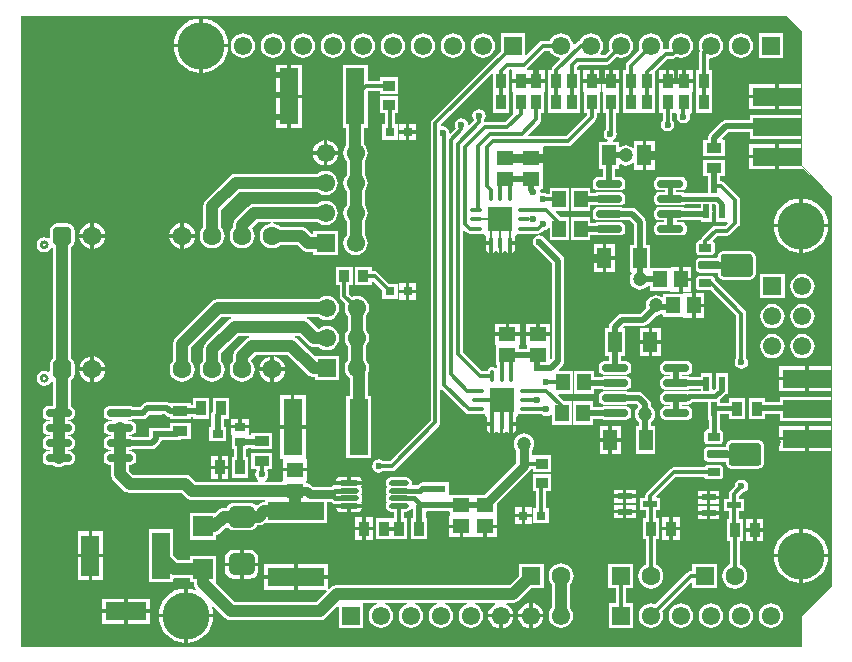
<source format=gtl>
G04*
G04 #@! TF.GenerationSoftware,Altium Limited,CircuitStudio,1.5.1 (13)*
G04*
G04 Layer_Physical_Order=1*
G04 Layer_Color=11767835*
%FSLAX24Y24*%
%MOIN*%
G70*
G01*
G75*
%ADD10C,0.0100*%
%ADD11R,0.0630X0.1890*%
G04:AMPARAMS|DCode=12|XSize=27.6mil|YSize=43.3mil|CornerRadius=2.8mil|HoleSize=0mil|Usage=FLASHONLY|Rotation=270.000|XOffset=0mil|YOffset=0mil|HoleType=Round|Shape=RoundedRectangle|*
%AMROUNDEDRECTD12*
21,1,0.0276,0.0378,0,0,270.0*
21,1,0.0220,0.0433,0,0,270.0*
1,1,0.0055,-0.0189,-0.0110*
1,1,0.0055,-0.0189,0.0110*
1,1,0.0055,0.0189,0.0110*
1,1,0.0055,0.0189,-0.0110*
%
%ADD12ROUNDEDRECTD12*%
G04:AMPARAMS|DCode=13|XSize=27.6mil|YSize=70.9mil|CornerRadius=2.8mil|HoleSize=0mil|Usage=FLASHONLY|Rotation=270.000|XOffset=0mil|YOffset=0mil|HoleType=Round|Shape=RoundedRectangle|*
%AMROUNDEDRECTD13*
21,1,0.0276,0.0654,0,0,270.0*
21,1,0.0220,0.0709,0,0,270.0*
1,1,0.0055,-0.0327,-0.0110*
1,1,0.0055,-0.0327,0.0110*
1,1,0.0055,0.0327,0.0110*
1,1,0.0055,0.0327,-0.0110*
%
%ADD13ROUNDEDRECTD13*%
%ADD14R,0.0571X0.0453*%
%ADD15R,0.0453X0.0709*%
%ADD16R,0.0453X0.0571*%
%ADD17R,0.0197X0.0492*%
%ADD18R,0.0512X0.0335*%
%ADD19R,0.0335X0.0512*%
%ADD20R,0.0492X0.0197*%
%ADD21R,0.0394X0.0354*%
%ADD22R,0.0354X0.0394*%
G04:AMPARAMS|DCode=23|XSize=23.6mil|YSize=86.6mil|CornerRadius=5.3mil|HoleSize=0mil|Usage=FLASHONLY|Rotation=270.000|XOffset=0mil|YOffset=0mil|HoleType=Round|Shape=RoundedRectangle|*
%AMROUNDEDRECTD23*
21,1,0.0236,0.0760,0,0,270.0*
21,1,0.0130,0.0866,0,0,270.0*
1,1,0.0106,-0.0380,-0.0065*
1,1,0.0106,-0.0380,0.0065*
1,1,0.0106,0.0380,0.0065*
1,1,0.0106,0.0380,-0.0065*
%
%ADD23ROUNDEDRECTD23*%
G04:AMPARAMS|DCode=24|XSize=71mil|YSize=87mil|CornerRadius=16mil|HoleSize=0mil|Usage=FLASHONLY|Rotation=90.000|XOffset=0mil|YOffset=0mil|HoleType=Round|Shape=RoundedRectangle|*
%AMROUNDEDRECTD24*
21,1,0.0710,0.0550,0,0,90.0*
21,1,0.0390,0.0870,0,0,90.0*
1,1,0.0320,0.0275,0.0195*
1,1,0.0320,0.0275,-0.0195*
1,1,0.0320,-0.0275,-0.0195*
1,1,0.0320,-0.0275,0.0195*
%
%ADD24ROUNDEDRECTD24*%
%ADD25R,0.0661X0.0669*%
%ADD26R,0.1890X0.0630*%
%ADD27R,0.0709X0.0236*%
%ADD28R,0.0236X0.0236*%
%ADD29O,0.0669X0.0177*%
%ADD30R,0.0354X0.0276*%
%ADD31R,0.0315X0.0315*%
%ADD32R,0.1600X0.0600*%
%ADD33O,0.0413X0.0118*%
%ADD34O,0.0118X0.0413*%
%ADD35R,0.0839X0.0839*%
%ADD36C,0.0118*%
%ADD37C,0.0197*%
%ADD38C,0.0295*%
%ADD39C,0.0157*%
%ADD40C,0.0177*%
%ADD41C,0.0394*%
%ADD42C,0.0079*%
%ADD43C,0.0039*%
%ADD44C,0.0610*%
%ADD45R,0.0610X0.0610*%
G04:AMPARAMS|DCode=46|XSize=63mil|YSize=63mil|CornerRadius=15.7mil|HoleSize=0mil|Usage=FLASHONLY|Rotation=0.000|XOffset=0mil|YOffset=0mil|HoleType=Round|Shape=RoundedRectangle|*
%AMROUNDEDRECTD46*
21,1,0.0630,0.0315,0,0,0.0*
21,1,0.0315,0.0630,0,0,0.0*
1,1,0.0315,0.0157,-0.0157*
1,1,0.0315,-0.0157,-0.0157*
1,1,0.0315,-0.0157,0.0157*
1,1,0.0315,0.0157,0.0157*
%
%ADD46ROUNDEDRECTD46*%
%ADD47C,0.0630*%
%ADD48R,0.0630X0.0630*%
%ADD49R,0.0610X0.0610*%
%ADD50C,0.1575*%
%ADD51R,0.0591X0.1575*%
%ADD52R,0.0591X0.1378*%
%ADD53R,0.1378X0.0591*%
%ADD54C,0.0236*%
%ADD55C,0.0472*%
G36*
X42461Y60505D02*
Y58723D01*
X41720D01*
Y58305D01*
Y57887D01*
X42461D01*
Y57705D01*
X40761D01*
Y57530D01*
X39965D01*
X39887Y57515D01*
X39822Y57471D01*
X39428Y57077D01*
X39384Y57012D01*
X39369Y56934D01*
Y56867D01*
X39215D01*
Y56332D01*
X39927D01*
Y56867D01*
X39855D01*
X39836Y56913D01*
X40048Y57126D01*
X40761D01*
Y56905D01*
X42461D01*
Y56723D01*
X41720D01*
Y56305D01*
Y55887D01*
X42579D01*
X42579Y55887D01*
Y55887D01*
X42612Y55854D01*
X43461Y55005D01*
Y49323D01*
X42720D01*
Y48905D01*
Y48487D01*
X43461D01*
Y48305D01*
X41761D01*
Y48121D01*
X41263D01*
Y48261D01*
X40728D01*
Y47549D01*
X41263D01*
Y47716D01*
X41761D01*
Y47505D01*
X43461D01*
Y47323D01*
X42720D01*
Y46905D01*
Y46487D01*
X43461D01*
Y42005D01*
X42461Y41005D01*
Y40005D01*
X16461D01*
Y60989D01*
X41961Y61005D01*
X42461Y60505D01*
D02*
G37*
%LPC*%
G36*
X39748Y45163D02*
X39443D01*
Y45005D01*
X39748D01*
Y45163D01*
D02*
G37*
G36*
X36530Y45202D02*
X36224D01*
Y45045D01*
X36530D01*
Y45202D01*
D02*
G37*
G36*
X39325Y45163D02*
X39020D01*
Y45005D01*
X39325D01*
Y45163D01*
D02*
G37*
G36*
X39748Y44887D02*
X39443D01*
Y44730D01*
X39748D01*
Y44887D01*
D02*
G37*
G36*
X36530Y44926D02*
X36224D01*
Y44769D01*
X36530D01*
Y44926D01*
D02*
G37*
G36*
X36953D02*
X36648D01*
Y44769D01*
X36953D01*
Y44926D01*
D02*
G37*
G36*
Y45202D02*
X36648D01*
Y45045D01*
X36953D01*
Y45202D01*
D02*
G37*
G36*
X23035Y45891D02*
X22809D01*
Y45576D01*
X23035D01*
Y45891D01*
D02*
G37*
G36*
X23380D02*
X23154D01*
Y45576D01*
X23380D01*
Y45891D01*
D02*
G37*
G36*
X33232Y47077D02*
X33145Y47065D01*
X33063Y47031D01*
X32992Y46977D01*
X32939Y46907D01*
X32905Y46825D01*
X32893Y46737D01*
X32905Y46650D01*
X32939Y46568D01*
X32980Y46514D01*
Y46094D01*
X31902Y45017D01*
X31548D01*
Y45017D01*
X31548Y45017D01*
X31531D01*
Y45017D01*
X31531Y45017D01*
X30792D01*
X30792Y45017D01*
X30785Y45017D01*
X30783D01*
X30783D01*
X30783Y45017D01*
X30782D01*
X30779D01*
X30779D01*
X30776Y45017D01*
X30772D01*
X30760Y45017D01*
X30760D01*
X30760D01*
D01*
X30760D01*
X30760D01*
X30760Y45017D01*
X30757Y45021D01*
X30751Y45031D01*
X30745Y45040D01*
X30742Y45044D01*
X30738Y45049D01*
X30735Y45054D01*
X30735Y45054D01*
Y45054D01*
X30735Y45054D01*
X30734Y45056D01*
Y45056D01*
Y45056D01*
X30734Y45063D01*
Y45063D01*
Y45063D01*
Y45450D01*
X29825D01*
Y45432D01*
X29759Y45418D01*
X29694Y45375D01*
X29687Y45365D01*
X29524D01*
X29492Y45403D01*
X29497Y45428D01*
X29483Y45502D01*
X29441Y45564D01*
X29379Y45606D01*
X29305Y45621D01*
X28813D01*
X28739Y45606D01*
X28677Y45564D01*
X28635Y45502D01*
X28621Y45428D01*
X28635Y45355D01*
X28672Y45300D01*
X28635Y45246D01*
X28621Y45173D01*
X28635Y45099D01*
X28672Y45045D01*
X28635Y44990D01*
X28621Y44917D01*
X28635Y44843D01*
X28672Y44789D01*
X28635Y44734D01*
X28621Y44661D01*
X28635Y44587D01*
X28677Y44525D01*
X28739Y44483D01*
X28813Y44468D01*
X28897D01*
Y44259D01*
X28300D01*
Y43547D01*
X29346D01*
Y44259D01*
X29221D01*
Y44468D01*
X29305D01*
X29379Y44483D01*
X29441Y44525D01*
X29483Y44587D01*
X29497Y44658D01*
X29498Y44659D01*
X29546Y44651D01*
Y44259D01*
X29481D01*
Y43547D01*
X30015D01*
Y44259D01*
X29950D01*
Y44447D01*
X29986Y44482D01*
X30734D01*
X30760Y44443D01*
Y44376D01*
X30760Y44369D01*
X30742Y44326D01*
Y44326D01*
X30742Y44321D01*
Y44041D01*
X31146D01*
Y43982D01*
X31205D01*
Y43637D01*
X31874D01*
Y43982D01*
X31933D01*
Y44041D01*
X32337D01*
Y44321D01*
X32337Y44326D01*
Y44326D01*
X32318Y44369D01*
X32318Y44376D01*
Y44719D01*
X33411Y45811D01*
X33466Y45893D01*
X33468Y45906D01*
X33526D01*
Y45791D01*
X34120D01*
Y46345D01*
X33526D01*
X33526Y46345D01*
Y46345D01*
X33526Y46345D01*
X33485Y46367D01*
Y46514D01*
X33526Y46568D01*
X33560Y46650D01*
X33571Y46737D01*
X33560Y46825D01*
X33526Y46907D01*
X33472Y46977D01*
X33402Y47031D01*
X33320Y47065D01*
X33232Y47077D01*
D02*
G37*
G36*
X27346Y45639D02*
X27159D01*
X27079Y45623D01*
X27010Y45577D01*
X26965Y45509D01*
X26960Y45487D01*
X27346D01*
Y45639D01*
D02*
G37*
G36*
X27652D02*
X27465D01*
Y45487D01*
X27851D01*
X27846Y45509D01*
X27801Y45577D01*
X27732Y45623D01*
X27652Y45639D01*
D02*
G37*
G36*
X39740Y46033D02*
X39362D01*
X39312Y46023D01*
X39270Y45995D01*
X39243Y45955D01*
X38232D01*
X38170Y45942D01*
X38118Y45907D01*
X37320Y45110D01*
X37285Y45057D01*
X37273Y44995D01*
Y44928D01*
X37089D01*
Y44531D01*
X37302D01*
Y44259D01*
X37197D01*
Y43547D01*
X37302D01*
Y42712D01*
X37251Y42690D01*
X37165Y42624D01*
X37098Y42537D01*
X37056Y42436D01*
X37042Y42328D01*
X37056Y42220D01*
X37098Y42119D01*
X37165Y42032D01*
X37251Y41966D01*
X37352Y41924D01*
X37461Y41909D01*
X37569Y41924D01*
X37670Y41966D01*
X37757Y42032D01*
X37823Y42119D01*
X37865Y42220D01*
X37879Y42328D01*
X37865Y42436D01*
X37823Y42537D01*
X37757Y42624D01*
X37670Y42690D01*
X37627Y42708D01*
Y43547D01*
X37732D01*
Y44259D01*
X37627D01*
Y44531D01*
X37781D01*
Y44928D01*
X37668D01*
X37647Y44978D01*
X38299Y45630D01*
X39243D01*
X39270Y45590D01*
X39312Y45562D01*
X39362Y45552D01*
X39740D01*
X39790Y45562D01*
X39832Y45590D01*
X39860Y45633D01*
X39870Y45682D01*
Y45903D01*
X39860Y45953D01*
X39832Y45995D01*
X39790Y46023D01*
X39740Y46033D01*
D02*
G37*
G36*
X36953Y44415D02*
X36648D01*
Y44257D01*
X36953D01*
Y44415D01*
D02*
G37*
G36*
X33154Y44611D02*
X32937D01*
Y44395D01*
X33154D01*
Y44611D01*
D02*
G37*
G36*
X33488D02*
X33272D01*
Y44395D01*
X33488D01*
Y44611D01*
D02*
G37*
G36*
X39325Y44375D02*
X39020D01*
Y44218D01*
X39325D01*
Y44375D01*
D02*
G37*
G36*
X39748D02*
X39443D01*
Y44218D01*
X39748D01*
Y44375D01*
D02*
G37*
G36*
X36530Y44415D02*
X36224D01*
Y44257D01*
X36530D01*
Y44415D01*
D02*
G37*
G36*
X27346Y44602D02*
X26960D01*
X26965Y44580D01*
X27010Y44512D01*
X27079Y44466D01*
X27159Y44450D01*
X27346D01*
Y44602D01*
D02*
G37*
G36*
X36530Y44690D02*
X36224D01*
Y44533D01*
X36530D01*
Y44690D01*
D02*
G37*
G36*
X36953D02*
X36648D01*
Y44533D01*
X36953D01*
Y44690D01*
D02*
G37*
G36*
X39325Y44887D02*
X39020D01*
Y44730D01*
X39325D01*
Y44887D01*
D02*
G37*
G36*
X27851Y44602D02*
X27465D01*
Y44450D01*
X27652D01*
X27732Y44466D01*
X27801Y44512D01*
X27846Y44580D01*
X27851Y44602D01*
D02*
G37*
G36*
X39325Y44651D02*
X39020D01*
Y44493D01*
X39325D01*
Y44651D01*
D02*
G37*
G36*
X39748D02*
X39443D01*
Y44493D01*
X39748D01*
Y44651D01*
D02*
G37*
G36*
X25949Y47230D02*
X25083D01*
Y46226D01*
X25145D01*
X25191Y46216D01*
X25191Y46176D01*
Y45930D01*
X25998D01*
Y46216D01*
X25995D01*
X25949Y46226D01*
X25949Y46266D01*
Y47230D01*
D02*
G37*
G36*
Y48352D02*
X25575D01*
Y47348D01*
X25949D01*
Y48352D01*
D02*
G37*
G36*
X23705Y47564D02*
X23469D01*
Y47367D01*
X23705D01*
Y47564D01*
D02*
G37*
G36*
X24059D02*
X23823D01*
Y47367D01*
X24059D01*
Y47564D01*
D02*
G37*
G36*
X32110Y47338D02*
X31989D01*
Y47249D01*
X32002Y47180D01*
X32042Y47122D01*
X32100Y47082D01*
X32110Y47080D01*
Y47338D01*
D02*
G37*
G36*
X32980D02*
X32858D01*
Y47080D01*
X32868Y47082D01*
X32927Y47122D01*
X32966Y47180D01*
X32980Y47249D01*
Y47338D01*
D02*
G37*
G36*
X25457Y48352D02*
X25083D01*
Y47348D01*
X25457D01*
Y48352D01*
D02*
G37*
G36*
X35527Y48147D02*
X34874D01*
Y47376D01*
X35527D01*
Y47557D01*
X35814D01*
X35824Y47550D01*
X35884Y47538D01*
X36644D01*
X36703Y47550D01*
X36754Y47584D01*
X36788Y47634D01*
X36800Y47694D01*
Y47824D01*
X36788Y47884D01*
X36754Y47934D01*
X36703Y47968D01*
X36644Y47980D01*
X35884D01*
X35824Y47968D01*
X35814Y47961D01*
X35527D01*
Y48147D01*
D02*
G37*
G36*
X35567Y49170D02*
X34914D01*
Y48399D01*
X35567D01*
Y48557D01*
X35814D01*
X35824Y48550D01*
X35884Y48538D01*
X36644D01*
X36703Y48550D01*
X36754Y48584D01*
X36788Y48634D01*
X36800Y48694D01*
Y48824D01*
X36788Y48884D01*
X36754Y48934D01*
X36703Y48968D01*
X36644Y48980D01*
X35884D01*
X35824Y48968D01*
X35814Y48961D01*
X35567D01*
Y49170D01*
D02*
G37*
G36*
X18780Y49159D02*
X18410D01*
X18417Y49105D01*
X18460Y48999D01*
X18530Y48909D01*
X18620Y48840D01*
X18726Y48796D01*
X18780Y48789D01*
Y49159D01*
D02*
G37*
G36*
X19268D02*
X18898D01*
Y48789D01*
X18952Y48796D01*
X19057Y48840D01*
X19147Y48909D01*
X19217Y48999D01*
X19261Y49105D01*
X19268Y49159D01*
D02*
G37*
G36*
X38691Y49480D02*
X37931D01*
X37871Y49468D01*
X37821Y49434D01*
X37787Y49384D01*
X37775Y49324D01*
Y49194D01*
X37787Y49134D01*
X37821Y49084D01*
X37871Y49050D01*
X37931Y49038D01*
X38109D01*
Y48980D01*
X37931D01*
X37871Y48968D01*
X37821Y48934D01*
X37787Y48884D01*
X37775Y48824D01*
Y48694D01*
X37787Y48634D01*
X37821Y48584D01*
X37871Y48550D01*
X37931Y48538D01*
X38691D01*
X38751Y48550D01*
X38761Y48557D01*
X39117D01*
Y48495D01*
X38744D01*
X38674Y48481D01*
X38674Y48480D01*
X37931D01*
X37871Y48468D01*
X37821Y48434D01*
X37787Y48384D01*
X37775Y48324D01*
Y48194D01*
X37787Y48134D01*
X37821Y48084D01*
X37871Y48050D01*
X37931Y48038D01*
X38109D01*
Y47980D01*
X37931D01*
X37871Y47968D01*
X37821Y47934D01*
X37787Y47884D01*
X37775Y47824D01*
Y47694D01*
X37787Y47634D01*
X37821Y47584D01*
X37871Y47550D01*
X37931Y47538D01*
X38691D01*
X38751Y47550D01*
X38801Y47584D01*
X38835Y47634D01*
X38847Y47694D01*
Y47824D01*
X38835Y47884D01*
X38801Y47934D01*
X38751Y47968D01*
X38691Y47980D01*
X38513D01*
Y48038D01*
X38691D01*
X38751Y48050D01*
X38801Y48084D01*
X38832Y48130D01*
X39372D01*
Y47543D01*
X39389D01*
Y47214D01*
X39362D01*
X39312Y47204D01*
X39270Y47176D01*
X39242Y47134D01*
X39232Y47084D01*
Y46863D01*
X39242Y46814D01*
X39270Y46772D01*
X39312Y46743D01*
X39362Y46733D01*
X39740D01*
X39790Y46743D01*
X39832Y46772D01*
X39860Y46814D01*
X39870Y46863D01*
Y47084D01*
X39860Y47134D01*
X39832Y47176D01*
X39790Y47204D01*
X39753Y47211D01*
Y47543D01*
X39769D01*
Y47736D01*
X40059D01*
Y47549D01*
X40593D01*
Y48261D01*
X40059D01*
Y48101D01*
X39769D01*
Y48214D01*
X39945Y48389D01*
X40025D01*
Y49082D01*
X39628D01*
Y48588D01*
X39563Y48523D01*
X39513Y48544D01*
Y48716D01*
X39517Y48735D01*
X39513Y48755D01*
Y49082D01*
X39117D01*
Y48961D01*
X38761D01*
X38751Y48968D01*
X38691Y48980D01*
X38513D01*
Y49038D01*
X38691D01*
X38751Y49050D01*
X38801Y49084D01*
X38835Y49134D01*
X38847Y49194D01*
Y49324D01*
X38835Y49384D01*
X38801Y49434D01*
X38751Y49468D01*
X38691Y49480D01*
D02*
G37*
G36*
X22732Y48274D02*
X22197D01*
Y48022D01*
X22132D01*
Y48087D01*
X21447D01*
X21420Y48105D01*
X21343Y48121D01*
X21167D01*
Y48137D01*
X20731D01*
Y48121D01*
X20673D01*
X20596Y48105D01*
X20530Y48062D01*
X20434Y47965D01*
X20218D01*
X20207Y47972D01*
X20148Y47984D01*
X19388D01*
X19328Y47972D01*
X19277Y47938D01*
X19244Y47888D01*
X19232Y47828D01*
Y47698D01*
X19244Y47638D01*
X19277Y47588D01*
X19328Y47554D01*
X19388Y47542D01*
X19508D01*
X19534Y47492D01*
X19528Y47484D01*
X19388D01*
X19328Y47472D01*
X19277Y47438D01*
X19244Y47388D01*
X19232Y47328D01*
Y47198D01*
X19244Y47138D01*
X19277Y47088D01*
X19328Y47054D01*
X19388Y47042D01*
X19468D01*
Y46984D01*
X19388D01*
X19328Y46972D01*
X19277Y46938D01*
X19244Y46888D01*
X19232Y46828D01*
Y46698D01*
X19244Y46638D01*
X19277Y46588D01*
X19328Y46554D01*
X19388Y46542D01*
X19468D01*
Y46484D01*
X19388D01*
X19328Y46472D01*
X19277Y46438D01*
X19244Y46388D01*
X19232Y46328D01*
Y46198D01*
X19244Y46138D01*
X19277Y46088D01*
X19328Y46054D01*
X19388Y46042D01*
X19468D01*
Y45714D01*
X19478Y45636D01*
X19487Y45615D01*
X19508Y45564D01*
X19556Y45502D01*
X19871Y45187D01*
X19933Y45140D01*
X19984Y45118D01*
X20005Y45110D01*
X20083Y45099D01*
X21809D01*
X21958Y44951D01*
X22020Y44903D01*
X22071Y44882D01*
X22092Y44873D01*
X22169Y44863D01*
X24589D01*
Y44793D01*
X24571D01*
X24493Y44783D01*
X24472Y44774D01*
X24421Y44753D01*
X24359Y44705D01*
X24336Y44682D01*
X24286Y44686D01*
X24283Y44690D01*
X24229Y44731D01*
X24166Y44757D01*
X24098Y44766D01*
X23548D01*
X23480Y44757D01*
X23417Y44731D01*
X23362Y44690D01*
X23321Y44635D01*
X23310Y44609D01*
X23245D01*
X23167Y44598D01*
X23125Y44581D01*
X23095Y44568D01*
X23033Y44521D01*
X22925Y44412D01*
X22093D01*
Y43543D01*
X22954D01*
Y43684D01*
X22991Y43688D01*
X23012Y43697D01*
X23063Y43718D01*
X23125Y43766D01*
X23303Y43944D01*
X23353Y43941D01*
X23362Y43929D01*
X23417Y43887D01*
X23480Y43861D01*
X23548Y43852D01*
X24098D01*
X24166Y43861D01*
X24229Y43887D01*
X24283Y43929D01*
X24325Y43983D01*
X24336Y44010D01*
X24387D01*
X24464Y44020D01*
X24485Y44029D01*
X24536Y44050D01*
X24547Y44058D01*
X24589Y44078D01*
Y44078D01*
X24589Y44078D01*
X26679D01*
Y44792D01*
X26796D01*
X26807Y44781D01*
X26849Y44753D01*
X26869Y44739D01*
X26912Y44731D01*
X26920Y44720D01*
X27406D01*
X27851D01*
X27846Y44741D01*
X27804Y44805D01*
X27829Y44843D01*
X27844Y44917D01*
X27829Y44990D01*
X27793Y45045D01*
X27829Y45099D01*
X27844Y45173D01*
X27829Y45246D01*
X27804Y45284D01*
X27846Y45348D01*
X27851Y45369D01*
X27406D01*
X26920D01*
X26912Y45359D01*
X26869Y45350D01*
X26807Y45308D01*
X26796Y45297D01*
X26211D01*
X26167Y45341D01*
X26085Y45396D01*
X25988Y45415D01*
X25980Y45423D01*
Y45477D01*
X25980Y45484D01*
X25998Y45527D01*
Y45527D01*
X25998Y45532D01*
Y45812D01*
X25191D01*
Y45532D01*
X25191Y45527D01*
Y45527D01*
X25197Y45512D01*
X25166Y45463D01*
X25165Y45462D01*
X24619D01*
X24612Y45471D01*
X24623Y45539D01*
X24649Y45557D01*
X24698Y45629D01*
X24715Y45714D01*
X24698Y45799D01*
X24664Y45849D01*
X24684Y45899D01*
X24848D01*
Y46434D01*
X24136D01*
Y45899D01*
X24300D01*
X24320Y45849D01*
X24287Y45799D01*
X24270Y45714D01*
X24287Y45629D01*
X24335Y45557D01*
X24362Y45539D01*
X24372Y45471D01*
X24365Y45462D01*
X22293D01*
X22145Y45611D01*
X22083Y45658D01*
X22032Y45679D01*
X22011Y45688D01*
X21933Y45698D01*
X20207D01*
X20067Y45838D01*
Y46042D01*
X20148D01*
X20207Y46054D01*
X20258Y46088D01*
X20292Y46138D01*
X20304Y46198D01*
Y46328D01*
X20292Y46388D01*
X20258Y46438D01*
X20207Y46472D01*
X20148Y46484D01*
X20067D01*
Y46542D01*
X20148D01*
X20207Y46554D01*
X20218Y46561D01*
X20817D01*
X20894Y46576D01*
X20960Y46620D01*
X21092Y46752D01*
X21136Y46818D01*
X21139Y46834D01*
X21167D01*
Y46850D01*
X21677D01*
X21755Y46866D01*
X21782Y46884D01*
X22132D01*
Y47418D01*
X21420D01*
Y47255D01*
X21167D01*
Y47271D01*
X20731D01*
Y46965D01*
X20218D01*
X20207Y46972D01*
X20148Y46984D01*
X20067D01*
Y47042D01*
X20148D01*
X20207Y47054D01*
X20258Y47088D01*
X20292Y47138D01*
X20304Y47198D01*
Y47328D01*
X20292Y47388D01*
X20258Y47438D01*
X20207Y47472D01*
X20148Y47484D01*
X20007D01*
X20002Y47492D01*
X20027Y47542D01*
X20148D01*
X20207Y47554D01*
X20218Y47561D01*
X20518D01*
X20595Y47576D01*
X20661Y47620D01*
X20741Y47700D01*
X21167D01*
Y47716D01*
X21259D01*
X21298Y47677D01*
X21364Y47633D01*
X21420Y47622D01*
Y47553D01*
X22132D01*
Y47618D01*
X22197D01*
Y47563D01*
X22732D01*
Y48274D01*
D02*
G37*
G36*
X42602Y48846D02*
X41743D01*
Y48487D01*
X42602D01*
Y48846D01*
D02*
G37*
G36*
X36047Y46797D02*
X35762D01*
Y46383D01*
X36047D01*
Y46797D01*
D02*
G37*
G36*
X36451D02*
X36165D01*
Y46383D01*
X36451D01*
Y46797D01*
D02*
G37*
G36*
X36644Y48480D02*
X35884D01*
X35824Y48468D01*
X35773Y48434D01*
X35740Y48384D01*
X35728Y48324D01*
Y48194D01*
X35740Y48134D01*
X35773Y48084D01*
X35824Y48050D01*
X35884Y48038D01*
X36644D01*
X36703Y48050D01*
X36714Y48057D01*
X36986D01*
X37031Y48011D01*
X37028Y47962D01*
X36974Y47891D01*
X36940Y47809D01*
X36929Y47722D01*
X36940Y47634D01*
X36974Y47552D01*
X37028Y47482D01*
X37065Y47453D01*
Y47310D01*
X36961D01*
Y46401D01*
X37614D01*
Y47310D01*
X37470D01*
Y47453D01*
X37508Y47482D01*
X37561Y47552D01*
X37595Y47634D01*
X37607Y47722D01*
X37595Y47809D01*
X37561Y47891D01*
X37508Y47962D01*
X37470Y47990D01*
Y48061D01*
X37455Y48138D01*
X37411Y48204D01*
X37212Y48402D01*
X37147Y48446D01*
X37069Y48461D01*
X36714D01*
X36703Y48468D01*
X36644Y48480D01*
D02*
G37*
G36*
X23035Y46324D02*
X22809D01*
Y46009D01*
X23035D01*
Y46324D01*
D02*
G37*
G36*
X23380D02*
X23154D01*
Y46009D01*
X23380D01*
Y46324D01*
D02*
G37*
G36*
X27525Y52625D02*
X26971D01*
Y52031D01*
X27086D01*
Y51667D01*
X27098Y51605D01*
X27133Y51552D01*
X27280Y51405D01*
X27263Y51363D01*
X27249Y51257D01*
X27263Y51151D01*
X27304Y51053D01*
X27358Y50982D01*
Y50532D01*
X27304Y50461D01*
X27263Y50363D01*
X27249Y50257D01*
X27263Y50151D01*
X27304Y50053D01*
X27358Y49982D01*
Y49532D01*
X27304Y49461D01*
X27263Y49363D01*
X27249Y49257D01*
X27263Y49151D01*
X27304Y49053D01*
X27369Y48968D01*
X27421Y48928D01*
Y48334D01*
X27306D01*
Y46244D01*
X28135D01*
Y48334D01*
X28020D01*
Y49073D01*
X28052Y49151D01*
X28066Y49257D01*
X28052Y49363D01*
X28011Y49461D01*
X27957Y49532D01*
Y49982D01*
X28011Y50053D01*
X28052Y50151D01*
X28066Y50257D01*
X28052Y50363D01*
X28011Y50461D01*
X27957Y50532D01*
Y50982D01*
X28011Y51053D01*
X28052Y51151D01*
X28066Y51257D01*
X28052Y51363D01*
X28011Y51461D01*
X27946Y51546D01*
X27862Y51611D01*
X27763Y51652D01*
X27657Y51666D01*
X27552Y51652D01*
X27510Y51634D01*
X27410Y51734D01*
Y52031D01*
X27525D01*
Y52625D01*
D02*
G37*
G36*
X42602Y46846D02*
X41743D01*
Y46487D01*
X42602D01*
Y46846D01*
D02*
G37*
G36*
X36047Y47328D02*
X35762D01*
Y46915D01*
X36047D01*
Y47328D01*
D02*
G37*
G36*
X36451D02*
X36165D01*
Y46915D01*
X36451D01*
Y47328D01*
D02*
G37*
G36*
X42602Y47323D02*
X41743D01*
Y46964D01*
X42602D01*
Y47323D01*
D02*
G37*
G36*
X24059Y47249D02*
X23764D01*
X23469D01*
Y47077D01*
X23468Y47058D01*
Y47052D01*
X23487Y47010D01*
Y47002D01*
Y46559D01*
X23561D01*
Y46306D01*
X23496D01*
Y45594D01*
X24031D01*
Y46306D01*
X23966D01*
Y46559D01*
X24041D01*
Y46594D01*
X24136D01*
Y46569D01*
X24848D01*
Y47103D01*
X24136D01*
Y47006D01*
X24086Y47005D01*
X24058Y47049D01*
X24059Y47052D01*
Y47058D01*
X24059Y47077D01*
Y47249D01*
D02*
G37*
G36*
X23401Y48274D02*
X22867D01*
Y47836D01*
X22829Y47779D01*
X22813Y47702D01*
Y47290D01*
X22739D01*
Y46815D01*
X23293D01*
Y47290D01*
X23218D01*
Y47563D01*
X23401D01*
Y48274D01*
D02*
G37*
G36*
X41026Y46861D02*
X41016Y46859D01*
X40163Y46861D01*
X40153Y46859D01*
X40143D01*
X40104Y46851D01*
X40067Y46836D01*
X40034Y46814D01*
X40006Y46786D01*
X39984Y46753D01*
X39969Y46716D01*
Y46716D01*
X39961Y46677D01*
Y46667D01*
X39959Y46657D01*
X39921Y46623D01*
X39362D01*
X39312Y46614D01*
X39270Y46585D01*
X39242Y46543D01*
X39232Y46493D01*
Y46273D01*
X39242Y46223D01*
X39270Y46181D01*
X39312Y46153D01*
X39362Y46143D01*
X39927D01*
X39959Y46110D01*
X39961Y46100D01*
Y46089D01*
X39969Y46050D01*
X39984Y46013D01*
X40006Y45980D01*
X40034Y45952D01*
X40067Y45930D01*
X40104Y45915D01*
X40104D01*
X40143Y45907D01*
X40153D01*
X40163Y45905D01*
X40173Y45907D01*
X41026Y45905D01*
X41036Y45907D01*
X41046D01*
X41085Y45915D01*
X41122Y45930D01*
X41155Y45952D01*
X41183Y45980D01*
X41205Y46013D01*
X41220Y46050D01*
Y46050D01*
X41228Y46089D01*
Y46099D01*
X41230Y46109D01*
X41228Y46119D01*
X41230Y46657D01*
X41228Y46667D01*
Y46677D01*
X41220Y46716D01*
X41205Y46753D01*
X41183Y46786D01*
X41155Y46814D01*
X41122Y46836D01*
X41085Y46851D01*
X41085D01*
X41046Y46859D01*
X41036D01*
X41026Y46861D01*
D02*
G37*
G36*
X19902Y41568D02*
X19154D01*
Y41214D01*
X19902D01*
Y41568D01*
D02*
G37*
G36*
X20768D02*
X20020D01*
Y41214D01*
X20768D01*
Y41568D01*
D02*
G37*
G36*
X25575Y42230D02*
X24571D01*
Y41856D01*
X25575D01*
Y42230D01*
D02*
G37*
G36*
X21902Y41909D02*
X21783Y41898D01*
X21612Y41846D01*
X21455Y41762D01*
X21317Y41649D01*
X21204Y41511D01*
X21120Y41353D01*
X21068Y41183D01*
X21057Y41064D01*
X21902D01*
Y41909D01*
D02*
G37*
G36*
X33402Y41424D02*
X33350Y41418D01*
X33247Y41375D01*
X33159Y41307D01*
X33091Y41219D01*
X33048Y41116D01*
X33042Y41064D01*
X33402D01*
Y41424D01*
D02*
G37*
G36*
X33520D02*
Y41064D01*
X33880D01*
X33873Y41116D01*
X33830Y41219D01*
X33762Y41307D01*
X33674Y41375D01*
X33571Y41418D01*
X33520Y41424D01*
D02*
G37*
G36*
X21537Y43893D02*
X20746D01*
Y42118D01*
X21537D01*
Y42236D01*
X21575Y42269D01*
X21579Y42269D01*
X22093D01*
Y42134D01*
X22224D01*
Y42092D01*
X22234Y42014D01*
X22243Y41993D01*
X22264Y41942D01*
X22295Y41902D01*
X22265Y41859D01*
X22138Y41898D01*
X22020Y41909D01*
Y41064D01*
X22865D01*
X22853Y41183D01*
X22816Y41305D01*
X22860Y41332D01*
X23257Y40935D01*
X23319Y40888D01*
X23370Y40866D01*
X23391Y40858D01*
X23468Y40848D01*
X26421D01*
X26499Y40858D01*
X26520Y40866D01*
X26571Y40888D01*
X26633Y40935D01*
X27009Y41312D01*
X27056Y41292D01*
Y40600D01*
X27866D01*
Y41410D01*
X27904Y41438D01*
X28316D01*
X28326Y41388D01*
X28256Y41359D01*
X28172Y41294D01*
X28107Y41209D01*
X28066Y41111D01*
X28052Y41005D01*
X28066Y40899D01*
X28107Y40801D01*
X28172Y40716D01*
X28256Y40651D01*
X28355Y40610D01*
X28461Y40597D01*
X28566Y40610D01*
X28665Y40651D01*
X28750Y40716D01*
X28814Y40801D01*
X28855Y40899D01*
X28869Y41005D01*
X28855Y41111D01*
X28814Y41209D01*
X28750Y41294D01*
X28665Y41359D01*
X28595Y41388D01*
X28605Y41438D01*
X29316D01*
X29326Y41388D01*
X29256Y41359D01*
X29172Y41294D01*
X29107Y41209D01*
X29066Y41111D01*
X29052Y41005D01*
X29066Y40899D01*
X29107Y40801D01*
X29172Y40716D01*
X29256Y40651D01*
X29355Y40610D01*
X29461Y40597D01*
X29566Y40610D01*
X29665Y40651D01*
X29750Y40716D01*
X29815Y40801D01*
X29855Y40899D01*
X29869Y41005D01*
X29855Y41111D01*
X29815Y41209D01*
X29750Y41294D01*
X29665Y41359D01*
X29595Y41388D01*
X29605Y41438D01*
X30316D01*
X30326Y41388D01*
X30256Y41359D01*
X30172Y41294D01*
X30107Y41209D01*
X30066Y41111D01*
X30052Y41005D01*
X30066Y40899D01*
X30107Y40801D01*
X30172Y40716D01*
X30256Y40651D01*
X30355Y40610D01*
X30461Y40597D01*
X30566Y40610D01*
X30665Y40651D01*
X30750Y40716D01*
X30814Y40801D01*
X30855Y40899D01*
X30869Y41005D01*
X30855Y41111D01*
X30814Y41209D01*
X30750Y41294D01*
X30665Y41359D01*
X30595Y41388D01*
X30605Y41438D01*
X31316D01*
X31326Y41388D01*
X31256Y41359D01*
X31172Y41294D01*
X31107Y41209D01*
X31066Y41111D01*
X31052Y41005D01*
X31066Y40899D01*
X31107Y40801D01*
X31172Y40716D01*
X31256Y40651D01*
X31355Y40610D01*
X31461Y40597D01*
X31566Y40610D01*
X31665Y40651D01*
X31750Y40716D01*
X31814Y40801D01*
X31855Y40899D01*
X31869Y41005D01*
X31855Y41111D01*
X31814Y41209D01*
X31750Y41294D01*
X31665Y41359D01*
X31595Y41388D01*
X31605Y41438D01*
X32269D01*
X32279Y41388D01*
X32247Y41375D01*
X32159Y41307D01*
X32091Y41219D01*
X32048Y41116D01*
X32042Y41064D01*
X32880D01*
X32873Y41116D01*
X32830Y41219D01*
X32762Y41307D01*
X32674Y41375D01*
X32642Y41388D01*
X32652Y41438D01*
X32878D01*
X32955Y41448D01*
X32977Y41457D01*
X33028Y41478D01*
X33090Y41526D01*
X33477Y41913D01*
X33883D01*
Y42743D01*
X33054D01*
Y42337D01*
X32754Y42037D01*
X27012D01*
X26934Y42027D01*
X26892Y42009D01*
X26862Y41997D01*
X26800Y41949D01*
X26747Y41896D01*
X26697Y41917D01*
Y42230D01*
X25693D01*
Y41856D01*
X26636D01*
X26656Y41806D01*
X26297Y41446D01*
X23593D01*
X22952Y42087D01*
X22954Y42134D01*
X22954D01*
X22954Y42134D01*
Y43003D01*
X22093D01*
Y42868D01*
X21703D01*
X21537Y43033D01*
Y43893D01*
D02*
G37*
G36*
X43365Y42946D02*
X42520D01*
Y42101D01*
X42638Y42113D01*
X42809Y42165D01*
X42966Y42249D01*
X43104Y42362D01*
X43217Y42500D01*
X43301Y42657D01*
X43353Y42828D01*
X43365Y42946D01*
D02*
G37*
G36*
X18720Y42946D02*
X18366D01*
Y42198D01*
X18720D01*
Y42946D01*
D02*
G37*
G36*
X19193D02*
X18839D01*
Y42198D01*
X19193D01*
Y42946D01*
D02*
G37*
G36*
X40476Y45543D02*
X40391Y45526D01*
X40319Y45477D01*
X40271Y45405D01*
X40256Y45329D01*
X40116Y45189D01*
X40080Y45136D01*
X40068Y45074D01*
Y44889D01*
X39884D01*
Y44492D01*
X40068D01*
Y44219D01*
X39993D01*
Y43508D01*
X40094D01*
Y42710D01*
X40047Y42690D01*
X39960Y42624D01*
X39893Y42537D01*
X39852Y42436D01*
X39837Y42328D01*
X39852Y42220D01*
X39893Y42119D01*
X39960Y42032D01*
X40047Y41966D01*
X40148Y41924D01*
X40256Y41909D01*
X40364Y41924D01*
X40465Y41966D01*
X40552Y42032D01*
X40618Y42119D01*
X40660Y42220D01*
X40674Y42328D01*
X40660Y42436D01*
X40618Y42537D01*
X40552Y42624D01*
X40465Y42690D01*
X40418Y42710D01*
Y43508D01*
X40527D01*
Y44219D01*
X40392D01*
Y44492D01*
X40576D01*
Y44889D01*
X40392D01*
Y45007D01*
X40485Y45099D01*
X40561Y45115D01*
X40634Y45163D01*
X40682Y45235D01*
X40699Y45320D01*
X40682Y45405D01*
X40634Y45477D01*
X40561Y45526D01*
X40476Y45543D01*
D02*
G37*
G36*
X39671Y42743D02*
X38841D01*
Y42490D01*
X38783D01*
X38721Y42478D01*
X38669Y42443D01*
X37609Y41382D01*
X37566Y41400D01*
X37461Y41414D01*
X37355Y41400D01*
X37256Y41359D01*
X37172Y41294D01*
X37107Y41209D01*
X37066Y41111D01*
X37052Y41005D01*
X37066Y40899D01*
X37107Y40801D01*
X37172Y40716D01*
X37256Y40651D01*
X37355Y40610D01*
X37461Y40597D01*
X37566Y40610D01*
X37665Y40651D01*
X37750Y40716D01*
X37815Y40801D01*
X37855Y40899D01*
X37869Y41005D01*
X37855Y41111D01*
X37838Y41153D01*
X38795Y42110D01*
X38841Y42091D01*
Y41913D01*
X39671D01*
Y42743D01*
D02*
G37*
G36*
X42402Y42946D02*
X41557D01*
X41568Y42828D01*
X41620Y42657D01*
X41704Y42500D01*
X41817Y42362D01*
X41955Y42249D01*
X42112Y42165D01*
X42283Y42113D01*
X42402Y42101D01*
Y42946D01*
D02*
G37*
G36*
X20768Y41096D02*
X20020D01*
Y40741D01*
X20768D01*
Y41096D01*
D02*
G37*
G36*
X32880Y40946D02*
X32520D01*
Y40586D01*
X32571Y40593D01*
X32674Y40635D01*
X32762Y40703D01*
X32830Y40792D01*
X32873Y40895D01*
X32880Y40946D01*
D02*
G37*
G36*
X33402D02*
X33042D01*
X33048Y40895D01*
X33091Y40792D01*
X33159Y40703D01*
X33247Y40635D01*
X33350Y40593D01*
X33402Y40586D01*
Y40946D01*
D02*
G37*
G36*
X33880D02*
X33520D01*
Y40586D01*
X33571Y40593D01*
X33674Y40635D01*
X33762Y40703D01*
X33830Y40792D01*
X33873Y40895D01*
X33880Y40946D01*
D02*
G37*
G36*
X21902D02*
X21057D01*
X21068Y40828D01*
X21120Y40657D01*
X21204Y40500D01*
X21317Y40362D01*
X21455Y40249D01*
X21612Y40165D01*
X21783Y40113D01*
X21902Y40101D01*
Y40946D01*
D02*
G37*
G36*
X22865D02*
X22020D01*
Y40101D01*
X22138Y40113D01*
X22309Y40165D01*
X22466Y40249D01*
X22604Y40362D01*
X22717Y40500D01*
X22801Y40657D01*
X22853Y40828D01*
X22865Y40946D01*
D02*
G37*
G36*
X32402D02*
X32042D01*
X32048Y40895D01*
X32091Y40792D01*
X32159Y40703D01*
X32247Y40635D01*
X32350Y40593D01*
X32402Y40586D01*
Y40946D01*
D02*
G37*
G36*
X34469Y42747D02*
X34360Y42732D01*
X34259Y42690D01*
X34173Y42624D01*
X34106Y42537D01*
X34064Y42436D01*
X34050Y42328D01*
X34064Y42220D01*
X34106Y42119D01*
X34161Y42047D01*
Y41280D01*
X34107Y41209D01*
X34066Y41111D01*
X34052Y41005D01*
X34066Y40899D01*
X34107Y40801D01*
X34172Y40716D01*
X34256Y40651D01*
X34355Y40610D01*
X34461Y40597D01*
X34566Y40610D01*
X34665Y40651D01*
X34750Y40716D01*
X34815Y40801D01*
X34855Y40899D01*
X34869Y41005D01*
X34855Y41111D01*
X34815Y41209D01*
X34760Y41280D01*
Y42029D01*
X34764Y42032D01*
X34831Y42119D01*
X34873Y42220D01*
X34887Y42328D01*
X34873Y42436D01*
X34831Y42537D01*
X34764Y42624D01*
X34678Y42690D01*
X34577Y42732D01*
X34469Y42747D01*
D02*
G37*
G36*
X41461Y41414D02*
X41355Y41400D01*
X41256Y41359D01*
X41172Y41294D01*
X41107Y41209D01*
X41066Y41111D01*
X41052Y41005D01*
X41066Y40899D01*
X41107Y40801D01*
X41172Y40716D01*
X41256Y40651D01*
X41355Y40610D01*
X41461Y40597D01*
X41566Y40610D01*
X41665Y40651D01*
X41750Y40716D01*
X41814Y40801D01*
X41855Y40899D01*
X41869Y41005D01*
X41855Y41111D01*
X41814Y41209D01*
X41750Y41294D01*
X41665Y41359D01*
X41566Y41400D01*
X41461Y41414D01*
D02*
G37*
G36*
X36876Y42743D02*
X36046D01*
Y41913D01*
X36298D01*
Y41410D01*
X36056D01*
Y40600D01*
X36866D01*
Y41410D01*
X36623D01*
Y41913D01*
X36876D01*
Y42743D01*
D02*
G37*
G36*
X19902Y41096D02*
X19154D01*
Y40741D01*
X19902D01*
Y41096D01*
D02*
G37*
G36*
X38461Y41414D02*
X38355Y41400D01*
X38256Y41359D01*
X38172Y41294D01*
X38107Y41209D01*
X38066Y41111D01*
X38052Y41005D01*
X38066Y40899D01*
X38107Y40801D01*
X38172Y40716D01*
X38256Y40651D01*
X38355Y40610D01*
X38461Y40597D01*
X38566Y40610D01*
X38665Y40651D01*
X38750Y40716D01*
X38814Y40801D01*
X38855Y40899D01*
X38869Y41005D01*
X38855Y41111D01*
X38814Y41209D01*
X38750Y41294D01*
X38665Y41359D01*
X38566Y41400D01*
X38461Y41414D01*
D02*
G37*
G36*
X39461D02*
X39355Y41400D01*
X39256Y41359D01*
X39172Y41294D01*
X39107Y41209D01*
X39066Y41111D01*
X39052Y41005D01*
X39066Y40899D01*
X39107Y40801D01*
X39172Y40716D01*
X39256Y40651D01*
X39355Y40610D01*
X39461Y40597D01*
X39566Y40610D01*
X39665Y40651D01*
X39750Y40716D01*
X39815Y40801D01*
X39855Y40899D01*
X39869Y41005D01*
X39855Y41111D01*
X39815Y41209D01*
X39750Y41294D01*
X39665Y41359D01*
X39566Y41400D01*
X39461Y41414D01*
D02*
G37*
G36*
X40461D02*
X40355Y41400D01*
X40256Y41359D01*
X40172Y41294D01*
X40107Y41209D01*
X40066Y41111D01*
X40052Y41005D01*
X40066Y40899D01*
X40107Y40801D01*
X40172Y40716D01*
X40256Y40651D01*
X40355Y40610D01*
X40461Y40597D01*
X40566Y40610D01*
X40665Y40651D01*
X40750Y40716D01*
X40814Y40801D01*
X40855Y40899D01*
X40869Y41005D01*
X40855Y41111D01*
X40814Y41209D01*
X40750Y41294D01*
X40665Y41359D01*
X40566Y41400D01*
X40461Y41414D01*
D02*
G37*
G36*
X32337Y43923D02*
X31992D01*
Y43637D01*
X32337D01*
Y43923D01*
D02*
G37*
G36*
X40870Y44237D02*
X40644D01*
Y43923D01*
X40870D01*
Y44237D01*
D02*
G37*
G36*
X41215D02*
X40988D01*
Y43923D01*
X41215D01*
Y44237D01*
D02*
G37*
G36*
X38075Y43844D02*
X37848D01*
Y43529D01*
X38075D01*
Y43844D01*
D02*
G37*
G36*
X38419D02*
X38193D01*
Y43529D01*
X38419D01*
Y43844D01*
D02*
G37*
G36*
X31087Y43923D02*
X30742D01*
Y43637D01*
X31087D01*
Y43923D01*
D02*
G37*
G36*
X38075Y44277D02*
X37848D01*
Y43962D01*
X38075D01*
Y44277D01*
D02*
G37*
G36*
X33154D02*
X32937D01*
Y44060D01*
X33154D01*
Y44277D01*
D02*
G37*
G36*
X33488D02*
X33272D01*
Y44060D01*
X33488D01*
Y44277D01*
D02*
G37*
G36*
X34120Y45715D02*
X33526D01*
Y45161D01*
X33641D01*
Y44593D01*
X33546D01*
Y44078D01*
X34061D01*
Y44593D01*
X33965D01*
Y45161D01*
X34120D01*
Y45715D01*
D02*
G37*
G36*
X38419Y44277D02*
X38193D01*
Y43962D01*
X38419D01*
Y44277D01*
D02*
G37*
G36*
X27839D02*
X27612D01*
Y43962D01*
X27839D01*
Y44277D01*
D02*
G37*
G36*
X28183D02*
X27957D01*
Y43962D01*
X28183D01*
Y44277D01*
D02*
G37*
G36*
Y43844D02*
X27957D01*
Y43529D01*
X28183D01*
Y43844D01*
D02*
G37*
G36*
X26697Y42722D02*
X25693D01*
Y42348D01*
X26697D01*
Y42722D01*
D02*
G37*
G36*
X23764Y43187D02*
X23548D01*
X23475Y43178D01*
X23407Y43150D01*
X23349Y43105D01*
X23305Y43047D01*
X23277Y42980D01*
X23267Y42907D01*
Y42771D01*
X23764D01*
Y43187D01*
D02*
G37*
G36*
X24098D02*
X23882D01*
Y42771D01*
X24378D01*
Y42907D01*
X24369Y42980D01*
X24341Y43047D01*
X24296Y43105D01*
X24238Y43150D01*
X24171Y43178D01*
X24098Y43187D01*
D02*
G37*
G36*
X23764Y42653D02*
X23267D01*
Y42517D01*
X23277Y42444D01*
X23305Y42376D01*
X23349Y42318D01*
X23407Y42274D01*
X23475Y42246D01*
X23548Y42236D01*
X23764D01*
Y42653D01*
D02*
G37*
G36*
X24378D02*
X23882D01*
Y42236D01*
X24098D01*
X24171Y42246D01*
X24238Y42274D01*
X24296Y42318D01*
X24341Y42376D01*
X24369Y42444D01*
X24378Y42517D01*
Y42653D01*
D02*
G37*
G36*
X25575Y42722D02*
X24571D01*
Y42348D01*
X25575D01*
Y42722D01*
D02*
G37*
G36*
X42402Y43909D02*
X42283Y43898D01*
X42112Y43846D01*
X41955Y43762D01*
X41817Y43649D01*
X41704Y43511D01*
X41620Y43353D01*
X41568Y43183D01*
X41557Y43064D01*
X42402D01*
Y43909D01*
D02*
G37*
G36*
X40870Y43804D02*
X40644D01*
Y43489D01*
X40870D01*
Y43804D01*
D02*
G37*
G36*
X41215D02*
X40988D01*
Y43489D01*
X41215D01*
Y43804D01*
D02*
G37*
G36*
X27839Y43844D02*
X27612D01*
Y43529D01*
X27839D01*
Y43844D01*
D02*
G37*
G36*
X42520Y43909D02*
Y43064D01*
X43365D01*
X43353Y43183D01*
X43301Y43353D01*
X43217Y43511D01*
X43104Y43649D01*
X42966Y43762D01*
X42809Y43846D01*
X42638Y43898D01*
X42520Y43909D01*
D02*
G37*
G36*
X18720Y43812D02*
X18366D01*
Y43064D01*
X18720D01*
Y43812D01*
D02*
G37*
G36*
X19193D02*
X18839D01*
Y43064D01*
X19193D01*
Y43812D01*
D02*
G37*
G36*
X29630Y57072D02*
X29413D01*
Y56856D01*
X29630D01*
Y57072D01*
D02*
G37*
G36*
X29041Y58314D02*
X28447D01*
Y57760D01*
X28602D01*
Y57389D01*
X28506D01*
Y56874D01*
X29021D01*
Y57389D01*
X28926D01*
Y57760D01*
X29041D01*
Y58314D01*
D02*
G37*
G36*
X29295Y57407D02*
X29079D01*
Y57190D01*
X29295D01*
Y57407D01*
D02*
G37*
G36*
X26559Y56849D02*
X26508Y56843D01*
X26405Y56800D01*
X26316Y56732D01*
X26248Y56644D01*
X26206Y56541D01*
X26199Y56489D01*
X26559D01*
Y56849D01*
D02*
G37*
G36*
X26677D02*
Y56489D01*
X27037D01*
X27030Y56541D01*
X26988Y56644D01*
X26920Y56732D01*
X26832Y56800D01*
X26729Y56843D01*
X26677Y56849D01*
D02*
G37*
G36*
X29295Y57072D02*
X29079D01*
Y56856D01*
X29295D01*
Y57072D01*
D02*
G37*
G36*
X29630Y57407D02*
X29413D01*
Y57190D01*
X29630D01*
Y57407D01*
D02*
G37*
G36*
X41602Y58246D02*
X40743D01*
Y57887D01*
X41602D01*
Y58246D01*
D02*
G37*
G36*
Y58723D02*
X40743D01*
Y58364D01*
X41602D01*
Y58723D01*
D02*
G37*
G36*
X25339Y59375D02*
X24965D01*
Y58371D01*
X25339D01*
Y59375D01*
D02*
G37*
G36*
Y58253D02*
X24965D01*
Y57249D01*
X25339D01*
Y58253D01*
D02*
G37*
G36*
X25831D02*
X25457D01*
Y57249D01*
X25831D01*
Y58253D01*
D02*
G37*
G36*
X38301Y59198D02*
X38075D01*
Y58824D01*
X38016D01*
Y58765D01*
X37730D01*
Y58450D01*
X37748D01*
Y57760D01*
X37854D01*
Y57517D01*
X37810Y57452D01*
X37793Y57367D01*
X37810Y57282D01*
X37859Y57210D01*
X37931Y57162D01*
X38016Y57145D01*
X38101Y57162D01*
X38173Y57210D01*
X38221Y57282D01*
X38238Y57367D01*
X38221Y57452D01*
X38178Y57517D01*
Y57760D01*
X38283D01*
Y57760D01*
X38300D01*
X38330Y57722D01*
X38338Y57710D01*
X38325Y57643D01*
X38342Y57558D01*
X38390Y57486D01*
X38462Y57438D01*
X38547Y57421D01*
X38632Y57438D01*
X38704Y57486D01*
X38753Y57558D01*
X38770Y57643D01*
X38756Y57710D01*
X38787Y57760D01*
X38834D01*
Y58450D01*
X38852D01*
Y58765D01*
X38567D01*
Y58824D01*
X38508D01*
Y59198D01*
X38301D01*
Y59198D01*
D02*
G37*
G36*
X37593Y56816D02*
X37307D01*
Y56403D01*
X37593D01*
Y56816D01*
D02*
G37*
G36*
X42520Y54909D02*
Y54064D01*
X43365D01*
X43353Y54183D01*
X43301Y54353D01*
X43217Y54511D01*
X43104Y54649D01*
X42966Y54762D01*
X42809Y54846D01*
X42638Y54898D01*
X42520Y54909D01*
D02*
G37*
G36*
X35448Y55273D02*
X34796D01*
Y54502D01*
X35448D01*
Y54685D01*
X35662D01*
X35687Y54680D01*
X36447D01*
X36507Y54692D01*
X36557Y54725D01*
X36591Y54776D01*
X36603Y54836D01*
Y54966D01*
X36591Y55026D01*
X36557Y55076D01*
X36507Y55110D01*
X36447Y55122D01*
X35687D01*
X35627Y55110D01*
X35596Y55089D01*
X35448D01*
Y55273D01*
D02*
G37*
G36*
X26618Y55839D02*
X26512Y55825D01*
X26414Y55784D01*
X26343Y55730D01*
X23618D01*
X23541Y55720D01*
X23519Y55711D01*
X23468Y55690D01*
X23406Y55642D01*
X22627Y54863D01*
X22579Y54801D01*
X22558Y54749D01*
X22549Y54728D01*
X22539Y54651D01*
Y53958D01*
X22476Y53876D01*
X22434Y53775D01*
X22420Y53667D01*
X22434Y53558D01*
X22476Y53457D01*
X22543Y53371D01*
X22629Y53304D01*
X22730Y53262D01*
X22839Y53248D01*
X22947Y53262D01*
X23048Y53304D01*
X23135Y53371D01*
X23201Y53457D01*
X23243Y53558D01*
X23257Y53667D01*
X23243Y53775D01*
X23201Y53876D01*
X23138Y53958D01*
Y54527D01*
X23742Y55131D01*
X26343D01*
X26414Y55077D01*
X26512Y55036D01*
X26618Y55022D01*
X26724Y55036D01*
X26822Y55077D01*
X26907Y55141D01*
X26972Y55226D01*
X27013Y55325D01*
X27027Y55430D01*
X27013Y55536D01*
X26972Y55635D01*
X26907Y55719D01*
X26822Y55784D01*
X26724Y55825D01*
X26618Y55839D01*
D02*
G37*
G36*
X21898Y54096D02*
Y53726D01*
X22268D01*
X22261Y53780D01*
X22217Y53885D01*
X22147Y53975D01*
X22057Y54045D01*
X21952Y54089D01*
X21898Y54096D01*
D02*
G37*
G36*
X26618Y54839D02*
X26512Y54825D01*
X26414Y54784D01*
X26343Y54730D01*
X24232D01*
X24155Y54720D01*
X24112Y54702D01*
X24083Y54690D01*
X24021Y54642D01*
X23627Y54248D01*
X23579Y54186D01*
X23558Y54135D01*
X23549Y54114D01*
X23539Y54037D01*
Y53958D01*
X23476Y53876D01*
X23434Y53775D01*
X23420Y53667D01*
X23434Y53558D01*
X23476Y53457D01*
X23543Y53371D01*
X23629Y53304D01*
X23730Y53262D01*
X23839Y53248D01*
X23947Y53262D01*
X24048Y53304D01*
X24135Y53371D01*
X24201Y53457D01*
X24243Y53558D01*
X24257Y53667D01*
X24243Y53775D01*
X24201Y53876D01*
X24158Y53932D01*
X24356Y54131D01*
X24804D01*
X24807Y54081D01*
X24730Y54071D01*
X24629Y54029D01*
X24543Y53963D01*
X24476Y53876D01*
X24434Y53775D01*
X24420Y53667D01*
X24434Y53558D01*
X24476Y53457D01*
X24543Y53371D01*
X24629Y53304D01*
X24730Y53262D01*
X24839Y53248D01*
X24947Y53262D01*
X25048Y53304D01*
X25130Y53367D01*
X25667D01*
X25816Y53219D01*
X25878Y53171D01*
X25920Y53154D01*
X25950Y53141D01*
X26028Y53131D01*
X26213D01*
Y53025D01*
X27023D01*
Y53836D01*
X26213D01*
Y53730D01*
X26152D01*
X26003Y53878D01*
X25941Y53926D01*
X25890Y53947D01*
X25869Y53956D01*
X25791Y53966D01*
X25130D01*
X25048Y54029D01*
X24947Y54071D01*
X24870Y54081D01*
X24874Y54131D01*
X26343D01*
X26414Y54077D01*
X26512Y54036D01*
X26618Y54022D01*
X26724Y54036D01*
X26822Y54077D01*
X26907Y54141D01*
X26972Y54226D01*
X27013Y54325D01*
X27027Y54430D01*
X27013Y54536D01*
X26972Y54635D01*
X26907Y54719D01*
X26822Y54784D01*
X26724Y54825D01*
X26618Y54839D01*
D02*
G37*
G36*
X42402Y54909D02*
X42283Y54898D01*
X42112Y54846D01*
X41955Y54762D01*
X41817Y54649D01*
X41704Y54511D01*
X41620Y54353D01*
X41568Y54183D01*
X41557Y54064D01*
X42402D01*
Y54909D01*
D02*
G37*
G36*
X39927Y56198D02*
X39215D01*
Y55663D01*
X39369D01*
Y55324D01*
X39372Y55305D01*
Y55083D01*
X38594D01*
X38554Y55110D01*
X38494Y55122D01*
X38296D01*
Y55180D01*
X38494D01*
X38554Y55192D01*
X38604Y55225D01*
X38638Y55276D01*
X38650Y55336D01*
Y55466D01*
X38638Y55526D01*
X38604Y55576D01*
X38554Y55610D01*
X38494Y55622D01*
X37734D01*
X37674Y55610D01*
X37624Y55576D01*
X37590Y55526D01*
X37578Y55466D01*
Y55336D01*
X37590Y55276D01*
X37624Y55225D01*
X37674Y55192D01*
X37734Y55180D01*
X37932D01*
Y55122D01*
X37734D01*
X37674Y55110D01*
X37624Y55076D01*
X37590Y55026D01*
X37578Y54966D01*
Y54836D01*
X37590Y54776D01*
X37624Y54725D01*
X37674Y54692D01*
X37734Y54680D01*
X38494D01*
X38554Y54692D01*
X38594Y54719D01*
X39117D01*
Y54603D01*
X38564D01*
X38554Y54610D01*
X38494Y54622D01*
X37734D01*
X37674Y54610D01*
X37624Y54576D01*
X37590Y54526D01*
X37578Y54466D01*
Y54336D01*
X37590Y54276D01*
X37624Y54225D01*
X37674Y54192D01*
X37734Y54180D01*
X37912D01*
Y54122D01*
X37734D01*
X37674Y54110D01*
X37624Y54076D01*
X37590Y54026D01*
X37578Y53966D01*
Y53836D01*
X37590Y53776D01*
X37624Y53725D01*
X37674Y53692D01*
X37734Y53680D01*
X38494D01*
X38554Y53692D01*
X38604Y53725D01*
X38638Y53776D01*
X38650Y53836D01*
Y53966D01*
X38638Y54026D01*
X38604Y54076D01*
X38554Y54110D01*
X38494Y54122D01*
X38316D01*
Y54180D01*
X38494D01*
X38554Y54192D01*
X38564Y54199D01*
X39117D01*
Y54132D01*
X39513D01*
Y54458D01*
X39517Y54478D01*
X39513Y54497D01*
Y54719D01*
X39600D01*
X39625Y54693D01*
Y54497D01*
X39628Y54480D01*
Y54132D01*
X39987Y54132D01*
X39989D01*
D01*
X39995Y54132D01*
X39996D01*
X39996Y54131D01*
X39996Y54130D01*
X39997Y54127D01*
X40000Y54121D01*
X40000Y54121D01*
X40016Y54082D01*
X39933Y53998D01*
X39618D01*
X39556Y53986D01*
X39503Y53951D01*
X39161Y53608D01*
X39126Y53555D01*
X39117Y53513D01*
X39087D01*
X39037Y53503D01*
X38995Y53475D01*
X38966Y53433D01*
X38957Y53383D01*
Y53163D01*
X38966Y53113D01*
X38995Y53071D01*
X39037Y53043D01*
X39087Y53033D01*
X39465D01*
X39514Y53043D01*
X39557Y53071D01*
X39585Y53113D01*
X39595Y53163D01*
Y53383D01*
X39585Y53433D01*
X39557Y53475D01*
X39547Y53481D01*
X39543Y53531D01*
X39685Y53674D01*
X40000D01*
X40062Y53686D01*
X40115Y53721D01*
X40382Y53989D01*
X40418Y54042D01*
X40430Y54104D01*
Y54860D01*
X40418Y54922D01*
X40382Y54974D01*
X39918Y55439D01*
X39865Y55474D01*
X39803Y55486D01*
X39773D01*
Y55663D01*
X39927D01*
Y56198D01*
D02*
G37*
G36*
X26559Y56371D02*
X26199D01*
X26206Y56320D01*
X26248Y56217D01*
X26316Y56129D01*
X26405Y56061D01*
X26508Y56018D01*
X26559Y56011D01*
Y56371D01*
D02*
G37*
G36*
X27037D02*
X26677D01*
Y56011D01*
X26729Y56018D01*
X26832Y56061D01*
X26920Y56129D01*
X26988Y56217D01*
X27030Y56320D01*
X27037Y56371D01*
D02*
G37*
G36*
X41602Y56723D02*
X40743D01*
Y56364D01*
X41602D01*
Y56723D01*
D02*
G37*
G36*
X36411Y58765D02*
X36126D01*
X35841D01*
Y58450D01*
X35859D01*
Y57760D01*
X35964D01*
Y57220D01*
X35949Y57210D01*
X35901Y57138D01*
X35884Y57052D01*
X35901Y56967D01*
X35949Y56895D01*
X36020Y56848D01*
X36020Y56844D01*
X36011Y56798D01*
X35741D01*
Y55889D01*
X35865D01*
Y55622D01*
X35687D01*
X35627Y55610D01*
X35577Y55576D01*
X35543Y55526D01*
X35531Y55466D01*
Y55336D01*
X35543Y55276D01*
X35577Y55225D01*
X35627Y55192D01*
X35687Y55180D01*
X36447D01*
X36507Y55192D01*
X36557Y55225D01*
X36591Y55276D01*
X36603Y55336D01*
Y55466D01*
X36591Y55526D01*
X36557Y55576D01*
X36507Y55610D01*
X36447Y55622D01*
X36269D01*
Y55889D01*
X36393D01*
Y56036D01*
X36438Y56058D01*
X36449Y56050D01*
X36530Y56016D01*
X36618Y56005D01*
X36706Y56016D01*
X36788Y56050D01*
X36854Y56101D01*
X36888Y56094D01*
X36904Y56088D01*
Y55871D01*
X37189D01*
Y56344D01*
Y56816D01*
X36904D01*
Y56599D01*
X36888Y56594D01*
X36854Y56587D01*
X36788Y56637D01*
X36706Y56671D01*
X36618Y56683D01*
X36530Y56671D01*
X36449Y56637D01*
X36438Y56629D01*
X36393Y56652D01*
Y56798D01*
X36201D01*
X36192Y56844D01*
X36193Y56848D01*
X36264Y56895D01*
X36312Y56967D01*
X36329Y57052D01*
X36312Y57138D01*
X36288Y57173D01*
Y57760D01*
X36393D01*
Y58450D01*
X36411D01*
Y58765D01*
D02*
G37*
G36*
X37593Y56285D02*
X37307D01*
Y55871D01*
X37593D01*
Y56285D01*
D02*
G37*
G36*
X41602Y56246D02*
X40743D01*
Y55887D01*
X41602D01*
Y56246D01*
D02*
G37*
G36*
X29861Y60414D02*
X29755Y60400D01*
X29656Y60359D01*
X29572Y60294D01*
X29507Y60209D01*
X29466Y60111D01*
X29452Y60005D01*
X29466Y59899D01*
X29507Y59801D01*
X29572Y59716D01*
X29656Y59651D01*
X29755Y59611D01*
X29861Y59597D01*
X29966Y59611D01*
X30065Y59651D01*
X30150Y59716D01*
X30215Y59801D01*
X30255Y59899D01*
X30269Y60005D01*
X30255Y60111D01*
X30215Y60209D01*
X30150Y60294D01*
X30065Y60359D01*
X29966Y60400D01*
X29861Y60414D01*
D02*
G37*
G36*
X30861D02*
X30755Y60400D01*
X30656Y60359D01*
X30572Y60294D01*
X30507Y60209D01*
X30466Y60111D01*
X30452Y60005D01*
X30466Y59899D01*
X30507Y59801D01*
X30572Y59716D01*
X30656Y59651D01*
X30755Y59611D01*
X30861Y59597D01*
X30966Y59611D01*
X31065Y59651D01*
X31150Y59716D01*
X31214Y59801D01*
X31255Y59899D01*
X31269Y60005D01*
X31255Y60111D01*
X31214Y60209D01*
X31150Y60294D01*
X31065Y60359D01*
X30966Y60400D01*
X30861Y60414D01*
D02*
G37*
G36*
X31861D02*
X31755Y60400D01*
X31656Y60359D01*
X31572Y60294D01*
X31507Y60209D01*
X31466Y60111D01*
X31452Y60005D01*
X31466Y59899D01*
X31507Y59801D01*
X31572Y59716D01*
X31656Y59651D01*
X31755Y59611D01*
X31861Y59597D01*
X31966Y59611D01*
X32065Y59651D01*
X32150Y59716D01*
X32215Y59801D01*
X32255Y59899D01*
X32269Y60005D01*
X32255Y60111D01*
X32215Y60209D01*
X32150Y60294D01*
X32065Y60359D01*
X31966Y60400D01*
X31861Y60414D01*
D02*
G37*
G36*
X26861D02*
X26755Y60400D01*
X26656Y60359D01*
X26572Y60294D01*
X26507Y60209D01*
X26466Y60111D01*
X26452Y60005D01*
X26466Y59899D01*
X26507Y59801D01*
X26572Y59716D01*
X26656Y59651D01*
X26755Y59611D01*
X26861Y59597D01*
X26966Y59611D01*
X27065Y59651D01*
X27150Y59716D01*
X27215Y59801D01*
X27255Y59899D01*
X27269Y60005D01*
X27255Y60111D01*
X27215Y60209D01*
X27150Y60294D01*
X27065Y60359D01*
X26966Y60400D01*
X26861Y60414D01*
D02*
G37*
G36*
X27861D02*
X27755Y60400D01*
X27656Y60359D01*
X27572Y60294D01*
X27507Y60209D01*
X27466Y60111D01*
X27452Y60005D01*
X27466Y59899D01*
X27507Y59801D01*
X27572Y59716D01*
X27656Y59651D01*
X27755Y59611D01*
X27861Y59597D01*
X27966Y59611D01*
X28065Y59651D01*
X28150Y59716D01*
X28214Y59801D01*
X28255Y59899D01*
X28269Y60005D01*
X28255Y60111D01*
X28214Y60209D01*
X28150Y60294D01*
X28065Y60359D01*
X27966Y60400D01*
X27861Y60414D01*
D02*
G37*
G36*
X28861D02*
X28755Y60400D01*
X28656Y60359D01*
X28572Y60294D01*
X28507Y60209D01*
X28466Y60111D01*
X28452Y60005D01*
X28466Y59899D01*
X28507Y59801D01*
X28572Y59716D01*
X28656Y59651D01*
X28755Y59611D01*
X28861Y59597D01*
X28966Y59611D01*
X29065Y59651D01*
X29150Y59716D01*
X29214Y59801D01*
X29255Y59899D01*
X29269Y60005D01*
X29255Y60111D01*
X29214Y60209D01*
X29150Y60294D01*
X29065Y60359D01*
X28966Y60400D01*
X28861Y60414D01*
D02*
G37*
G36*
X39461D02*
X39355Y60400D01*
X39256Y60359D01*
X39172Y60294D01*
X39107Y60209D01*
X39066Y60111D01*
X39052Y60005D01*
X39066Y59899D01*
X39088Y59846D01*
X39086Y59843D01*
X39074Y59781D01*
Y59180D01*
X38969D01*
Y58468D01*
Y57760D01*
X39504D01*
Y58468D01*
Y59180D01*
X39398D01*
Y59567D01*
X39436Y59600D01*
X39461Y59597D01*
X39566Y59611D01*
X39665Y59651D01*
X39750Y59716D01*
X39815Y59801D01*
X39855Y59899D01*
X39869Y60005D01*
X39855Y60111D01*
X39815Y60209D01*
X39750Y60294D01*
X39665Y60359D01*
X39566Y60400D01*
X39461Y60414D01*
D02*
G37*
G36*
X38461D02*
X38355Y60400D01*
X38256Y60359D01*
X38172Y60294D01*
X38107Y60209D01*
X38066Y60111D01*
X38052Y60005D01*
X38060Y59942D01*
X38017Y59892D01*
X37957D01*
X37902Y59881D01*
X37890Y59886D01*
X37883Y59891D01*
X37857Y59915D01*
X37869Y60005D01*
X37855Y60111D01*
X37815Y60209D01*
X37750Y60294D01*
X37665Y60359D01*
X37566Y60400D01*
X37461Y60414D01*
X37355Y60400D01*
X37256Y60359D01*
X37172Y60294D01*
X37107Y60209D01*
X37066Y60111D01*
X37052Y60005D01*
X37066Y59899D01*
X37083Y59857D01*
X36681Y59454D01*
X36645Y59402D01*
X36633Y59340D01*
Y59180D01*
X36528D01*
Y58468D01*
Y57760D01*
X37063D01*
Y57760D01*
X37079D01*
Y57760D01*
X37614D01*
Y58468D01*
Y59157D01*
X38024Y59567D01*
X38185D01*
X38247Y59580D01*
X38300Y59615D01*
X38313Y59628D01*
X38355Y59611D01*
X38461Y59597D01*
X38566Y59611D01*
X38665Y59651D01*
X38750Y59716D01*
X38814Y59801D01*
X38855Y59899D01*
X38869Y60005D01*
X38855Y60111D01*
X38814Y60209D01*
X38750Y60294D01*
X38665Y60359D01*
X38566Y60400D01*
X38461Y60414D01*
D02*
G37*
G36*
X22402Y60909D02*
X22283Y60898D01*
X22112Y60846D01*
X21955Y60762D01*
X21817Y60649D01*
X21704Y60511D01*
X21620Y60353D01*
X21568Y60183D01*
X21557Y60064D01*
X22402D01*
Y60909D01*
D02*
G37*
G36*
X22520D02*
Y60064D01*
X23365D01*
X23353Y60183D01*
X23301Y60353D01*
X23217Y60511D01*
X23104Y60649D01*
X22966Y60762D01*
X22809Y60846D01*
X22638Y60898D01*
X22520Y60909D01*
D02*
G37*
G36*
X40461Y60414D02*
X40355Y60400D01*
X40256Y60359D01*
X40172Y60294D01*
X40107Y60209D01*
X40066Y60111D01*
X40052Y60005D01*
X40066Y59899D01*
X40107Y59801D01*
X40172Y59716D01*
X40256Y59651D01*
X40355Y59611D01*
X40461Y59597D01*
X40566Y59611D01*
X40665Y59651D01*
X40750Y59716D01*
X40814Y59801D01*
X40855Y59899D01*
X40869Y60005D01*
X40855Y60111D01*
X40814Y60209D01*
X40750Y60294D01*
X40665Y60359D01*
X40566Y60400D01*
X40461Y60414D01*
D02*
G37*
G36*
X41866Y60410D02*
X41056D01*
Y59600D01*
X41866D01*
Y60410D01*
D02*
G37*
G36*
X36461Y60414D02*
X36355Y60400D01*
X36256Y60359D01*
X36172Y60294D01*
X36107Y60209D01*
X36066Y60111D01*
X36052Y60005D01*
X36066Y59899D01*
X36083Y59857D01*
X35921Y59695D01*
X35796D01*
X35772Y59745D01*
X35814Y59801D01*
X35855Y59899D01*
X35869Y60005D01*
X35855Y60111D01*
X35814Y60209D01*
X35750Y60294D01*
X35665Y60359D01*
X35566Y60400D01*
X35461Y60414D01*
X35355Y60400D01*
X35256Y60359D01*
X35172Y60294D01*
X35107Y60209D01*
X35086Y60160D01*
X35060Y60155D01*
X35007Y60120D01*
X34917Y60029D01*
X34864Y60047D01*
X34855Y60111D01*
X34815Y60209D01*
X34750Y60294D01*
X34665Y60359D01*
X34566Y60400D01*
X34461Y60414D01*
X34355Y60400D01*
X34256Y60359D01*
X34172Y60294D01*
X34107Y60209D01*
X34089Y60167D01*
X33862D01*
X33800Y60155D01*
X33748Y60120D01*
X33312Y59684D01*
X33266Y59703D01*
Y60410D01*
X32456D01*
Y59829D01*
X30165Y57539D01*
X30130Y57486D01*
X30117Y57424D01*
Y47513D01*
X28756Y46152D01*
X28540D01*
X28475Y46195D01*
X28390Y46212D01*
X28305Y46195D01*
X28233Y46147D01*
X28184Y46075D01*
X28167Y45989D01*
X28184Y45904D01*
X28233Y45832D01*
X28305Y45784D01*
X28390Y45767D01*
X28475Y45784D01*
X28540Y45827D01*
X28823D01*
X28885Y45840D01*
X28938Y45875D01*
X30394Y47331D01*
X30429Y47384D01*
X30442Y47446D01*
Y48525D01*
X30488Y48544D01*
X31267Y47765D01*
X31320Y47729D01*
X31382Y47717D01*
X31835D01*
X31897Y47729D01*
X31903Y47733D01*
X31947Y47710D01*
Y47657D01*
X31979D01*
X31989Y47639D01*
X32001Y47607D01*
X31989Y47545D01*
Y47456D01*
X32169D01*
Y47397D01*
X32228D01*
Y47080D01*
X32238Y47082D01*
X32297Y47121D01*
X32308Y47129D01*
X32345D01*
X32357Y47121D01*
X32415Y47082D01*
X32425Y47080D01*
Y47397D01*
X32543D01*
Y47080D01*
X32553Y47082D01*
X32612Y47121D01*
X32623Y47129D01*
X32660D01*
X32672Y47121D01*
X32730Y47082D01*
X32740Y47080D01*
Y47397D01*
X32799D01*
Y47456D01*
X32980D01*
Y47545D01*
X32967Y47607D01*
X32980Y47639D01*
X32989Y47657D01*
X33022D01*
Y47710D01*
X33066Y47733D01*
X33072Y47729D01*
X33134Y47717D01*
X33830D01*
X33895Y47674D01*
X33980Y47657D01*
X34065Y47674D01*
X34116Y47707D01*
X34166Y47681D01*
Y47376D01*
X34818D01*
Y48147D01*
X34571D01*
X34567Y48151D01*
X34366Y48353D01*
X34385Y48399D01*
X34858D01*
Y49170D01*
X34402D01*
X34383Y49216D01*
X34517Y49350D01*
X34561Y49416D01*
X34576Y49493D01*
Y52840D01*
X34561Y52917D01*
X34517Y52983D01*
X33951Y53549D01*
X33950Y53555D01*
X33901Y53627D01*
X33829Y53675D01*
X33744Y53692D01*
X33659Y53675D01*
X33587Y53627D01*
X33539Y53555D01*
X33522Y53470D01*
X33539Y53385D01*
X33587Y53313D01*
X33659Y53264D01*
X33665Y53263D01*
X34172Y52756D01*
Y49577D01*
X34136Y49542D01*
X34090Y49561D01*
Y50004D01*
X34090Y50012D01*
X34108Y50054D01*
Y50055D01*
X34108Y50059D01*
Y50340D01*
X33301D01*
Y50059D01*
X33301Y50055D01*
Y50054D01*
X33319Y50012D01*
X33319Y50004D01*
Y49893D01*
X33102D01*
X33067Y49928D01*
Y50004D01*
X33067Y50012D01*
X33085Y50054D01*
Y50055D01*
X33085Y50059D01*
Y50340D01*
X32278D01*
Y50059D01*
X32278Y50055D01*
Y50054D01*
X32296Y50012D01*
X32296Y50004D01*
Y49364D01*
X32322D01*
Y49284D01*
X32313Y49276D01*
X32272Y49262D01*
X32231Y49289D01*
X32169Y49301D01*
X32107Y49289D01*
X32055Y49254D01*
X32019Y49201D01*
X32010Y49154D01*
X31833D01*
X31190Y49797D01*
Y53840D01*
X31236Y53859D01*
X31307Y53788D01*
X31359Y53753D01*
X31421Y53741D01*
X31795D01*
X31857Y53753D01*
X31863Y53757D01*
X31907Y53733D01*
Y53680D01*
X31940D01*
X31950Y53663D01*
X31962Y53630D01*
X31949Y53568D01*
Y53480D01*
X32130D01*
Y53421D01*
X32189D01*
Y53104D01*
X32199Y53106D01*
X32257Y53145D01*
X32269Y53152D01*
X32306D01*
X32318Y53145D01*
X32376Y53106D01*
X32386Y53104D01*
Y53421D01*
X32504D01*
Y53104D01*
X32514Y53106D01*
X32572Y53145D01*
X32584Y53152D01*
X32621D01*
X32633Y53145D01*
X32691Y53106D01*
X32701Y53104D01*
Y53421D01*
X32760D01*
Y53480D01*
X32940D01*
Y53568D01*
X32928Y53630D01*
X32940Y53663D01*
X32950Y53680D01*
X32982D01*
Y53733D01*
X33026Y53757D01*
X33032Y53753D01*
X33094Y53741D01*
X33705D01*
X33767Y53753D01*
X33819Y53788D01*
X33871Y53840D01*
X33947Y53855D01*
X34019Y53903D01*
X34037Y53929D01*
X34087Y53914D01*
Y53517D01*
X34740D01*
Y54288D01*
X34454D01*
X34287Y54455D01*
X34306Y54502D01*
X34740D01*
Y55273D01*
X34087D01*
Y55049D01*
X34012D01*
X33947Y55093D01*
X33862Y55109D01*
X33816Y55100D01*
X33770Y55123D01*
X33767Y55138D01*
X33758Y55180D01*
X33794Y55230D01*
X33854D01*
Y55871D01*
X33854Y55878D01*
X33872Y55921D01*
Y55921D01*
X33872Y55925D01*
Y56206D01*
X33469D01*
Y56324D01*
X33872D01*
Y56604D01*
X33872Y56610D01*
X33885Y56654D01*
X34689D01*
X34751Y56666D01*
X34804Y56702D01*
X35611Y57509D01*
X35646Y57561D01*
X35658Y57623D01*
Y57760D01*
X35763D01*
Y58450D01*
X35782D01*
Y58765D01*
X35496D01*
X35211D01*
Y58450D01*
X35229D01*
Y57760D01*
X35334D01*
Y57690D01*
X34622Y56978D01*
X33374D01*
X33355Y57025D01*
X33760Y57430D01*
X33795Y57483D01*
X33808Y57545D01*
Y57760D01*
X33913D01*
Y58450D01*
X33931D01*
Y58765D01*
X33646D01*
Y58824D01*
X33587D01*
Y59198D01*
X33419D01*
Y59198D01*
X33343D01*
X33328Y59248D01*
X33347Y59261D01*
X33929Y59843D01*
X34089D01*
X34107Y59801D01*
X34172Y59716D01*
X34256Y59651D01*
X34355Y59611D01*
X34419Y59602D01*
X34437Y59549D01*
X34200Y59313D01*
X34165Y59260D01*
X34153Y59198D01*
Y59180D01*
X34048D01*
Y58468D01*
Y57760D01*
X35094D01*
Y58468D01*
Y59180D01*
X34989D01*
Y59288D01*
X35071Y59371D01*
X35988D01*
X36050Y59383D01*
X36103Y59418D01*
X36313Y59628D01*
X36355Y59611D01*
X36461Y59597D01*
X36566Y59611D01*
X36665Y59651D01*
X36750Y59716D01*
X36814Y59801D01*
X36855Y59899D01*
X36869Y60005D01*
X36855Y60111D01*
X36814Y60209D01*
X36750Y60294D01*
X36665Y60359D01*
X36566Y60400D01*
X36461Y60414D01*
D02*
G37*
G36*
X25861D02*
X25755Y60400D01*
X25656Y60359D01*
X25572Y60294D01*
X25507Y60209D01*
X25466Y60111D01*
X25452Y60005D01*
X25466Y59899D01*
X25507Y59801D01*
X25572Y59716D01*
X25656Y59651D01*
X25755Y59611D01*
X25861Y59597D01*
X25966Y59611D01*
X26065Y59651D01*
X26150Y59716D01*
X26214Y59801D01*
X26255Y59899D01*
X26269Y60005D01*
X26255Y60111D01*
X26214Y60209D01*
X26150Y60294D01*
X26065Y60359D01*
X25966Y60400D01*
X25861Y60414D01*
D02*
G37*
G36*
X33931Y59198D02*
X33705D01*
Y58883D01*
X33931D01*
Y59198D01*
D02*
G37*
G36*
X38852D02*
X38626D01*
Y58883D01*
X38852D01*
Y59198D01*
D02*
G37*
G36*
X35782Y59198D02*
X35555D01*
Y58883D01*
X35782D01*
Y59198D01*
D02*
G37*
G36*
X25831Y59375D02*
X25457D01*
Y58371D01*
X25831D01*
Y59375D01*
D02*
G37*
G36*
X28017Y59357D02*
X27187D01*
Y57267D01*
X27303D01*
Y56685D01*
X27264Y56635D01*
X27223Y56536D01*
X27209Y56430D01*
X27223Y56325D01*
X27264Y56226D01*
X27319Y56155D01*
Y55706D01*
X27264Y55635D01*
X27223Y55536D01*
X27209Y55430D01*
X27223Y55325D01*
X27264Y55226D01*
X27319Y55155D01*
Y54706D01*
X27264Y54635D01*
X27223Y54536D01*
X27209Y54430D01*
X27223Y54325D01*
X27264Y54226D01*
X27319Y54155D01*
Y53706D01*
X27264Y53635D01*
X27223Y53536D01*
X27209Y53430D01*
X27223Y53325D01*
X27264Y53226D01*
X27329Y53141D01*
X27414Y53077D01*
X27512Y53036D01*
X27618Y53022D01*
X27724Y53036D01*
X27822Y53077D01*
X27907Y53141D01*
X27972Y53226D01*
X28013Y53325D01*
X28027Y53430D01*
X28013Y53536D01*
X27972Y53635D01*
X27918Y53706D01*
Y54155D01*
X27972Y54226D01*
X28013Y54325D01*
X28027Y54430D01*
X28013Y54536D01*
X27972Y54635D01*
X27918Y54706D01*
Y55155D01*
X27972Y55226D01*
X28013Y55325D01*
X28027Y55430D01*
X28013Y55536D01*
X27972Y55635D01*
X27918Y55706D01*
Y56155D01*
X27972Y56226D01*
X28013Y56325D01*
X28027Y56430D01*
X28013Y56536D01*
X27972Y56635D01*
X27907Y56719D01*
X27902Y56723D01*
Y57267D01*
X28017D01*
Y58498D01*
X28024Y58504D01*
X28447D01*
Y58389D01*
X29041D01*
Y58944D01*
X28447D01*
Y58829D01*
X28017D01*
Y59357D01*
D02*
G37*
G36*
X35437Y59198D02*
X35211D01*
Y58883D01*
X35437D01*
Y59198D01*
D02*
G37*
G36*
X37957D02*
X37730D01*
Y58883D01*
X37957D01*
Y59198D01*
D02*
G37*
G36*
X23365Y59946D02*
X22520D01*
Y59101D01*
X22638Y59113D01*
X22809Y59165D01*
X22966Y59249D01*
X23104Y59362D01*
X23217Y59500D01*
X23301Y59657D01*
X23353Y59828D01*
X23365Y59946D01*
D02*
G37*
G36*
X23861Y60414D02*
X23755Y60400D01*
X23656Y60359D01*
X23572Y60294D01*
X23507Y60209D01*
X23466Y60111D01*
X23452Y60005D01*
X23466Y59899D01*
X23507Y59801D01*
X23572Y59716D01*
X23656Y59651D01*
X23755Y59611D01*
X23861Y59597D01*
X23966Y59611D01*
X24065Y59651D01*
X24150Y59716D01*
X24214Y59801D01*
X24255Y59899D01*
X24269Y60005D01*
X24255Y60111D01*
X24214Y60209D01*
X24150Y60294D01*
X24065Y60359D01*
X23966Y60400D01*
X23861Y60414D01*
D02*
G37*
G36*
X24861D02*
X24755Y60400D01*
X24656Y60359D01*
X24572Y60294D01*
X24507Y60209D01*
X24466Y60111D01*
X24452Y60005D01*
X24466Y59899D01*
X24507Y59801D01*
X24572Y59716D01*
X24656Y59651D01*
X24755Y59611D01*
X24861Y59597D01*
X24966Y59611D01*
X25065Y59651D01*
X25150Y59716D01*
X25215Y59801D01*
X25255Y59899D01*
X25269Y60005D01*
X25255Y60111D01*
X25215Y60209D01*
X25150Y60294D01*
X25065Y60359D01*
X24966Y60400D01*
X24861Y60414D01*
D02*
G37*
G36*
X36067Y59198D02*
X35841D01*
Y58883D01*
X36067D01*
Y59198D01*
D02*
G37*
G36*
X36411D02*
X36185D01*
Y58883D01*
X36411D01*
Y59198D01*
D02*
G37*
G36*
X22402Y59946D02*
X21557D01*
X21568Y59828D01*
X21620Y59657D01*
X21704Y59500D01*
X21817Y59362D01*
X21955Y59249D01*
X22112Y59165D01*
X22283Y59113D01*
X22402Y59101D01*
Y59946D01*
D02*
G37*
G36*
X34108Y50743D02*
X33764D01*
Y50458D01*
X34108D01*
Y50743D01*
D02*
G37*
G36*
X41511Y51394D02*
X41405Y51380D01*
X41306Y51339D01*
X41222Y51274D01*
X41157Y51189D01*
X41116Y51091D01*
X41102Y50985D01*
X41116Y50879D01*
X41157Y50781D01*
X41222Y50696D01*
X41306Y50631D01*
X41405Y50591D01*
X41511Y50577D01*
X41616Y50591D01*
X41715Y50631D01*
X41800Y50696D01*
X41865Y50781D01*
X41905Y50879D01*
X41919Y50985D01*
X41905Y51091D01*
X41865Y51189D01*
X41800Y51274D01*
X41715Y51339D01*
X41616Y51380D01*
X41511Y51394D01*
D02*
G37*
G36*
X42511D02*
X42405Y51380D01*
X42306Y51339D01*
X42222Y51274D01*
X42157Y51189D01*
X42116Y51091D01*
X42102Y50985D01*
X42116Y50879D01*
X42157Y50781D01*
X42222Y50696D01*
X42306Y50631D01*
X42405Y50591D01*
X42511Y50577D01*
X42616Y50591D01*
X42715Y50631D01*
X42800Y50696D01*
X42864Y50781D01*
X42905Y50879D01*
X42919Y50985D01*
X42905Y51091D01*
X42864Y51189D01*
X42800Y51274D01*
X42715Y51339D01*
X42616Y51380D01*
X42511Y51394D01*
D02*
G37*
G36*
X32622Y50743D02*
X32278D01*
Y50458D01*
X32622D01*
Y50743D01*
D02*
G37*
G36*
X33085D02*
X32740D01*
Y50458D01*
X33085D01*
Y50743D01*
D02*
G37*
G36*
X33646D02*
X33301D01*
Y50458D01*
X33646D01*
Y50743D01*
D02*
G37*
G36*
X26657Y51666D02*
X26552Y51652D01*
X26453Y51611D01*
X26382Y51557D01*
X23028D01*
X22950Y51546D01*
X22929Y51538D01*
X22878Y51516D01*
X22816Y51469D01*
X21627Y50280D01*
X21579Y50218D01*
X21558Y50167D01*
X21549Y50146D01*
X21539Y50068D01*
Y49509D01*
X21476Y49427D01*
X21434Y49326D01*
X21420Y49218D01*
X21434Y49109D01*
X21476Y49009D01*
X21543Y48922D01*
X21629Y48855D01*
X21730Y48814D01*
X21839Y48799D01*
X21947Y48814D01*
X22048Y48855D01*
X22135Y48922D01*
X22201Y49009D01*
X22243Y49109D01*
X22257Y49218D01*
X22243Y49326D01*
X22201Y49427D01*
X22138Y49509D01*
Y49944D01*
X23152Y50958D01*
X23459D01*
X23469Y50908D01*
X23437Y50894D01*
X23375Y50847D01*
X22627Y50099D01*
X22579Y50037D01*
X22558Y49986D01*
X22549Y49965D01*
X22539Y49887D01*
Y49509D01*
X22476Y49427D01*
X22434Y49326D01*
X22420Y49218D01*
X22434Y49109D01*
X22476Y49009D01*
X22543Y48922D01*
X22629Y48855D01*
X22730Y48814D01*
X22839Y48799D01*
X22947Y48814D01*
X23048Y48855D01*
X23135Y48922D01*
X23201Y49009D01*
X23243Y49109D01*
X23257Y49218D01*
X23243Y49326D01*
X23201Y49427D01*
X23138Y49509D01*
Y49763D01*
X23711Y50336D01*
X24069D01*
X24079Y50286D01*
X24079Y50286D01*
X24027Y50264D01*
X23965Y50217D01*
X23627Y49878D01*
X23579Y49816D01*
X23558Y49765D01*
X23549Y49744D01*
X23539Y49667D01*
Y49509D01*
X23476Y49427D01*
X23434Y49326D01*
X23420Y49218D01*
X23434Y49109D01*
X23476Y49009D01*
X23543Y48922D01*
X23629Y48855D01*
X23730Y48814D01*
X23839Y48799D01*
X23947Y48814D01*
X24048Y48855D01*
X24135Y48922D01*
X24201Y49009D01*
X24243Y49109D01*
X24257Y49218D01*
X24243Y49326D01*
X24201Y49427D01*
X24138Y49509D01*
Y49543D01*
X24301Y49706D01*
X25352D01*
X26013Y49045D01*
X26075Y48998D01*
X26126Y48977D01*
X26147Y48968D01*
X26224Y48958D01*
X26252D01*
Y48852D01*
X27063D01*
Y49662D01*
X26252D01*
X26252Y49662D01*
Y49662D01*
X26215Y49690D01*
X25688Y50217D01*
X25626Y50264D01*
X25575Y50286D01*
X25575Y50286D01*
X25585Y50336D01*
X25746D01*
X26036Y50045D01*
X26098Y49998D01*
X26128Y49985D01*
X26171Y49968D01*
X26248Y49958D01*
X26382D01*
X26453Y49903D01*
X26552Y49862D01*
X26657Y49849D01*
X26763Y49862D01*
X26862Y49903D01*
X26946Y49968D01*
X27011Y50053D01*
X27052Y50151D01*
X27066Y50257D01*
X27052Y50363D01*
X27011Y50461D01*
X26946Y50546D01*
X26862Y50611D01*
X26763Y50652D01*
X26657Y50666D01*
X26552Y50652D01*
X26453Y50611D01*
X26382Y50557D01*
X26372D01*
X26082Y50847D01*
X26020Y50894D01*
X25988Y50908D01*
X25998Y50958D01*
X26382D01*
X26453Y50903D01*
X26552Y50862D01*
X26657Y50849D01*
X26763Y50862D01*
X26862Y50903D01*
X26946Y50968D01*
X27011Y51053D01*
X27052Y51151D01*
X27066Y51257D01*
X27052Y51363D01*
X27011Y51461D01*
X26946Y51546D01*
X26862Y51611D01*
X26763Y51652D01*
X26657Y51666D01*
D02*
G37*
G36*
X29630Y51757D02*
X29413D01*
Y51541D01*
X29630D01*
Y51757D01*
D02*
G37*
G36*
X28155Y52625D02*
X27601D01*
Y52031D01*
X28155D01*
Y52125D01*
X28205Y52146D01*
X28506Y51844D01*
Y51559D01*
X29021D01*
Y52074D01*
X28736D01*
X28367Y52443D01*
X28314Y52478D01*
X28252Y52490D01*
X28155D01*
Y52625D01*
D02*
G37*
G36*
X42511Y52394D02*
X42405Y52380D01*
X42306Y52339D01*
X42222Y52274D01*
X42157Y52189D01*
X42116Y52091D01*
X42102Y51985D01*
X42116Y51879D01*
X42157Y51781D01*
X42222Y51696D01*
X42306Y51631D01*
X42405Y51590D01*
X42511Y51577D01*
X42616Y51590D01*
X42715Y51631D01*
X42800Y51696D01*
X42864Y51781D01*
X42905Y51879D01*
X42919Y51985D01*
X42905Y52091D01*
X42864Y52189D01*
X42800Y52274D01*
X42715Y52339D01*
X42616Y52380D01*
X42511Y52394D01*
D02*
G37*
G36*
X39246Y51285D02*
X38961D01*
Y50940D01*
X39246D01*
Y51285D01*
D02*
G37*
G36*
X38961Y51747D02*
Y51403D01*
X39246D01*
Y51747D01*
X38961D01*
D02*
G37*
G36*
X29295Y51757D02*
X29079D01*
Y51541D01*
X29295D01*
Y51757D01*
D02*
G37*
G36*
X37789Y50596D02*
X37504D01*
Y50182D01*
X37789D01*
Y50596D01*
D02*
G37*
G36*
X39465Y52332D02*
X39087D01*
X39037Y52322D01*
X38995Y52294D01*
X38966Y52252D01*
X38957Y52202D01*
Y51982D01*
X38966Y51932D01*
X38995Y51890D01*
X39037Y51861D01*
X39087Y51851D01*
X39464D01*
X40314Y51001D01*
Y49604D01*
X40271Y49539D01*
X40254Y49454D01*
X40271Y49369D01*
X40319Y49297D01*
X40391Y49249D01*
X40476Y49232D01*
X40561Y49249D01*
X40634Y49297D01*
X40682Y49369D01*
X40699Y49454D01*
X40682Y49539D01*
X40639Y49604D01*
Y51068D01*
X40626Y51130D01*
X40591Y51183D01*
X39595Y52179D01*
Y52202D01*
X39585Y52252D01*
X39557Y52294D01*
X39514Y52322D01*
X39465Y52332D01*
D02*
G37*
G36*
X18780Y49647D02*
X18726Y49640D01*
X18620Y49596D01*
X18530Y49527D01*
X18460Y49436D01*
X18417Y49331D01*
X18410Y49277D01*
X18780D01*
Y49647D01*
D02*
G37*
G36*
X18898D02*
Y49277D01*
X19268D01*
X19261Y49331D01*
X19217Y49436D01*
X19147Y49527D01*
X19057Y49596D01*
X18952Y49640D01*
X18898Y49647D01*
D02*
G37*
G36*
X24780Y49159D02*
X24410D01*
X24417Y49105D01*
X24460Y48999D01*
X24530Y48909D01*
X24620Y48840D01*
X24726Y48796D01*
X24780Y48789D01*
Y49159D01*
D02*
G37*
G36*
X25268D02*
X24898D01*
Y48789D01*
X24952Y48796D01*
X25057Y48840D01*
X25147Y48909D01*
X25217Y48999D01*
X25261Y49105D01*
X25268Y49159D01*
D02*
G37*
G36*
X42602Y49323D02*
X41743D01*
Y48964D01*
X42602D01*
Y49323D01*
D02*
G37*
G36*
X24780Y49647D02*
X24726Y49640D01*
X24620Y49596D01*
X24530Y49527D01*
X24460Y49436D01*
X24417Y49331D01*
X24410Y49277D01*
X24780D01*
Y49647D01*
D02*
G37*
G36*
X37386Y50064D02*
X37100D01*
Y49651D01*
X37386D01*
Y50064D01*
D02*
G37*
G36*
X37789D02*
X37504D01*
Y49651D01*
X37789D01*
Y50064D01*
D02*
G37*
G36*
X37386Y50596D02*
X37100D01*
Y50182D01*
X37386D01*
Y50596D01*
D02*
G37*
G36*
X24898Y49647D02*
Y49277D01*
X25268D01*
X25261Y49331D01*
X25217Y49436D01*
X25147Y49527D01*
X25057Y49596D01*
X24952Y49640D01*
X24898Y49647D01*
D02*
G37*
G36*
X41511Y50394D02*
X41405Y50380D01*
X41306Y50339D01*
X41222Y50274D01*
X41157Y50189D01*
X41116Y50091D01*
X41102Y49985D01*
X41116Y49879D01*
X41157Y49781D01*
X41222Y49696D01*
X41306Y49631D01*
X41405Y49591D01*
X41511Y49577D01*
X41616Y49591D01*
X41715Y49631D01*
X41800Y49696D01*
X41865Y49781D01*
X41905Y49879D01*
X41919Y49985D01*
X41905Y50091D01*
X41865Y50189D01*
X41800Y50274D01*
X41715Y50339D01*
X41616Y50380D01*
X41511Y50394D01*
D02*
G37*
G36*
X42511D02*
X42405Y50380D01*
X42306Y50339D01*
X42222Y50274D01*
X42157Y50189D01*
X42116Y50091D01*
X42102Y49985D01*
X42116Y49879D01*
X42157Y49781D01*
X42222Y49696D01*
X42306Y49631D01*
X42405Y49591D01*
X42511Y49577D01*
X42616Y49591D01*
X42715Y49631D01*
X42800Y49696D01*
X42864Y49781D01*
X42905Y49879D01*
X42919Y49985D01*
X42905Y50091D01*
X42864Y50189D01*
X42800Y50274D01*
X42715Y50339D01*
X42616Y50380D01*
X42511Y50394D01*
D02*
G37*
G36*
X32071Y53361D02*
X31949D01*
Y53273D01*
X31963Y53204D01*
X32002Y53145D01*
X32061Y53106D01*
X32071Y53104D01*
Y53361D01*
D02*
G37*
G36*
X32940D02*
X32819D01*
Y53104D01*
X32829Y53106D01*
X32888Y53145D01*
X32927Y53204D01*
X32940Y53273D01*
Y53361D01*
D02*
G37*
G36*
X40750Y53160D02*
X40741Y53158D01*
X39888Y53160D01*
X39878Y53158D01*
X39867D01*
X39828Y53151D01*
X39792Y53135D01*
X39759Y53113D01*
X39731Y53085D01*
X39708Y53052D01*
X39693Y53015D01*
Y53015D01*
X39685Y52976D01*
Y52966D01*
X39683Y52956D01*
X39646Y52923D01*
X39087D01*
X39037Y52913D01*
X38995Y52885D01*
X38966Y52842D01*
X38957Y52793D01*
Y52572D01*
X38966Y52522D01*
X38995Y52480D01*
X39037Y52452D01*
X39087Y52442D01*
X39651D01*
X39683Y52410D01*
X39685Y52399D01*
Y52388D01*
X39693Y52349D01*
X39708Y52313D01*
X39731Y52280D01*
X39759Y52251D01*
X39792Y52229D01*
X39828Y52214D01*
X39828D01*
X39867Y52206D01*
X39878D01*
X39887Y52204D01*
X39897Y52206D01*
X40750Y52204D01*
X40760Y52206D01*
X40770D01*
X40809Y52214D01*
X40846Y52229D01*
X40879Y52251D01*
X40907Y52280D01*
X40929Y52313D01*
X40945Y52349D01*
Y52349D01*
X40952Y52388D01*
Y52399D01*
X40954Y52408D01*
X40952Y52418D01*
X40954Y52956D01*
X40952Y52966D01*
Y52976D01*
X40945Y53015D01*
X40929Y53052D01*
X40907Y53085D01*
X40879Y53113D01*
X40846Y53135D01*
X40809Y53151D01*
X40809D01*
X40770Y53158D01*
X40760D01*
X40750Y53160D01*
D02*
G37*
G36*
X18780Y54096D02*
X18726Y54089D01*
X18620Y54045D01*
X18530Y53975D01*
X18460Y53885D01*
X18417Y53780D01*
X18410Y53726D01*
X18780D01*
Y54096D01*
D02*
G37*
G36*
X42402Y53946D02*
X41557D01*
X41568Y53828D01*
X41620Y53657D01*
X41704Y53500D01*
X41817Y53362D01*
X41955Y53249D01*
X42112Y53165D01*
X42283Y53113D01*
X42402Y53101D01*
Y53946D01*
D02*
G37*
G36*
X43365D02*
X42520D01*
Y53101D01*
X42638Y53113D01*
X42809Y53165D01*
X42966Y53249D01*
X43104Y53362D01*
X43217Y53500D01*
X43301Y53657D01*
X43353Y53828D01*
X43365Y53946D01*
D02*
G37*
G36*
X22268Y53608D02*
X21898D01*
Y53238D01*
X21952Y53245D01*
X22057Y53288D01*
X22147Y53358D01*
X22217Y53448D01*
X22261Y53554D01*
X22268Y53608D01*
D02*
G37*
G36*
X17996Y54084D02*
X17681D01*
X17614Y54075D01*
X17551Y54049D01*
X17497Y54008D01*
X17456Y53954D01*
X17430Y53891D01*
X17421Y53824D01*
Y53605D01*
X17371Y53579D01*
X17336Y53602D01*
X17239Y53622D01*
X17141Y53602D01*
X17058Y53547D01*
X17003Y53464D01*
X16984Y53367D01*
X17003Y53269D01*
X17058Y53186D01*
X17141Y53131D01*
X17239Y53112D01*
X17336Y53131D01*
X17419Y53186D01*
X17459Y53246D01*
X17516Y53262D01*
X17523Y53260D01*
X17539Y53249D01*
Y49591D01*
X17497Y49559D01*
X17456Y49505D01*
X17430Y49442D01*
X17421Y49375D01*
Y49156D01*
X17371Y49130D01*
X17336Y49153D01*
X17239Y49173D01*
X17141Y49153D01*
X17058Y49098D01*
X17003Y49015D01*
X16984Y48918D01*
X17003Y48820D01*
X17058Y48738D01*
X17141Y48682D01*
X17239Y48663D01*
X17336Y48682D01*
X17419Y48738D01*
X17459Y48797D01*
X17516Y48813D01*
X17523Y48811D01*
X17539Y48800D01*
Y48005D01*
X17518Y47984D01*
X17341D01*
X17281Y47972D01*
X17230Y47938D01*
X17196Y47888D01*
X17184Y47828D01*
Y47698D01*
X17196Y47638D01*
X17230Y47588D01*
X17281Y47554D01*
X17341Y47542D01*
X17421D01*
Y47484D01*
X17341D01*
X17281Y47472D01*
X17230Y47438D01*
X17196Y47388D01*
X17184Y47328D01*
Y47198D01*
X17196Y47138D01*
X17230Y47088D01*
X17281Y47054D01*
X17341Y47042D01*
X17421D01*
Y46984D01*
X17341D01*
X17281Y46972D01*
X17230Y46938D01*
X17196Y46888D01*
X17184Y46828D01*
Y46698D01*
X17196Y46638D01*
X17230Y46588D01*
X17281Y46554D01*
X17341Y46542D01*
X17421D01*
Y46484D01*
X17341D01*
X17281Y46472D01*
X17230Y46438D01*
X17196Y46388D01*
X17184Y46328D01*
Y46198D01*
X17196Y46138D01*
X17230Y46088D01*
X17281Y46054D01*
X17341Y46042D01*
X17521D01*
X17571Y46004D01*
X17643Y45974D01*
X17721Y45964D01*
X17798Y45974D01*
X17870Y46004D01*
X17920Y46042D01*
X18100D01*
X18160Y46054D01*
X18211Y46088D01*
X18245Y46138D01*
X18257Y46198D01*
Y46328D01*
X18245Y46388D01*
X18211Y46438D01*
X18160Y46472D01*
X18100Y46484D01*
X18020D01*
Y46542D01*
X18100D01*
X18160Y46554D01*
X18211Y46588D01*
X18245Y46638D01*
X18257Y46698D01*
Y46828D01*
X18245Y46888D01*
X18211Y46938D01*
X18160Y46972D01*
X18100Y46984D01*
X18020D01*
Y47042D01*
X18100D01*
X18160Y47054D01*
X18211Y47088D01*
X18245Y47138D01*
X18257Y47198D01*
Y47328D01*
X18245Y47388D01*
X18211Y47438D01*
X18160Y47472D01*
X18100Y47484D01*
X18020D01*
Y47542D01*
X18100D01*
X18160Y47554D01*
X18211Y47588D01*
X18245Y47638D01*
X18257Y47698D01*
Y47828D01*
X18245Y47888D01*
X18211Y47938D01*
X18160Y47972D01*
X18138Y47977D01*
Y48845D01*
X18180Y48877D01*
X18221Y48930D01*
X18247Y48993D01*
X18256Y49060D01*
Y49375D01*
X18247Y49442D01*
X18221Y49505D01*
X18180Y49559D01*
X18138Y49591D01*
Y53293D01*
X18180Y53325D01*
X18221Y53379D01*
X18247Y53442D01*
X18256Y53509D01*
Y53824D01*
X18247Y53891D01*
X18221Y53954D01*
X18180Y54008D01*
X18126Y54049D01*
X18063Y54075D01*
X17996Y54084D01*
D02*
G37*
G36*
X35448Y54288D02*
X34796D01*
Y53517D01*
X35448D01*
Y53699D01*
X35617D01*
X35627Y53692D01*
X35687Y53680D01*
X36447D01*
X36507Y53692D01*
X36557Y53725D01*
X36591Y53776D01*
X36603Y53836D01*
Y53966D01*
X36591Y54026D01*
X36557Y54076D01*
X36507Y54110D01*
X36447Y54122D01*
X35687D01*
X35627Y54110D01*
X35617Y54103D01*
X35448D01*
Y54288D01*
D02*
G37*
G36*
X18780Y53608D02*
X18410D01*
X18417Y53554D01*
X18460Y53448D01*
X18530Y53358D01*
X18620Y53288D01*
X18726Y53245D01*
X18780Y53238D01*
Y53608D01*
D02*
G37*
G36*
X19268D02*
X18898D01*
Y53238D01*
X18952Y53245D01*
X19057Y53288D01*
X19147Y53358D01*
X19217Y53448D01*
X19261Y53554D01*
X19268Y53608D01*
D02*
G37*
G36*
X21780D02*
X21410D01*
X21417Y53554D01*
X21460Y53448D01*
X21530Y53358D01*
X21620Y53288D01*
X21726Y53245D01*
X21780Y53238D01*
Y53608D01*
D02*
G37*
G36*
X36254Y53391D02*
X35969D01*
Y52978D01*
X36254D01*
Y53391D01*
D02*
G37*
G36*
X36447Y54622D02*
X35687D01*
X35627Y54610D01*
X35577Y54576D01*
X35543Y54526D01*
X35531Y54466D01*
Y54336D01*
X35543Y54276D01*
X35577Y54225D01*
X35627Y54192D01*
X35687Y54180D01*
X36447D01*
X36507Y54192D01*
X36517Y54199D01*
X36745D01*
X36888Y54055D01*
Y53373D01*
X36764D01*
Y52464D01*
X36799D01*
X36824Y52414D01*
X36797Y52379D01*
X36763Y52298D01*
X36751Y52210D01*
X36763Y52122D01*
X36797Y52040D01*
X36851Y51970D01*
X36921Y51916D01*
X37003Y51882D01*
X37091Y51871D01*
X37178Y51882D01*
X37260Y51916D01*
X37330Y51970D01*
X37359Y52008D01*
X37433D01*
Y51824D01*
X38074D01*
X38082Y51824D01*
X38124Y51806D01*
X38124D01*
X38129Y51806D01*
X38409D01*
Y52210D01*
Y52613D01*
X38129D01*
X38124Y52613D01*
X38124D01*
X38082Y52595D01*
X38074Y52595D01*
X37433D01*
X37417Y52638D01*
Y53373D01*
X37293D01*
Y54139D01*
X37277Y54216D01*
X37234Y54282D01*
X36972Y54544D01*
X36906Y54588D01*
X36829Y54603D01*
X36517D01*
X36507Y54610D01*
X36447Y54622D01*
D02*
G37*
G36*
X38813Y52151D02*
X38528D01*
Y51806D01*
X38813D01*
Y52151D01*
D02*
G37*
G36*
X29295Y52092D02*
X29079D01*
Y51875D01*
X29295D01*
Y52092D01*
D02*
G37*
G36*
X41916Y52390D02*
X41106D01*
Y51580D01*
X41916D01*
Y52390D01*
D02*
G37*
G36*
X38557Y51747D02*
X38557D01*
X38515Y51729D01*
X38507Y51729D01*
X37867D01*
Y51652D01*
X37822Y51629D01*
X37811Y51637D01*
X37729Y51671D01*
X37642Y51683D01*
X37554Y51671D01*
X37472Y51637D01*
X37402Y51584D01*
X37348Y51513D01*
X37314Y51432D01*
X37303Y51344D01*
X37313Y51262D01*
X37125Y51074D01*
X36500D01*
X36423Y51058D01*
X36357Y51014D01*
X36121Y50778D01*
X36077Y50713D01*
X36061Y50635D01*
Y50578D01*
X35937D01*
Y49669D01*
X36061D01*
Y49480D01*
X35884D01*
X35824Y49468D01*
X35773Y49434D01*
X35740Y49384D01*
X35728Y49324D01*
Y49194D01*
X35740Y49134D01*
X35773Y49084D01*
X35824Y49050D01*
X35884Y49038D01*
X36644D01*
X36703Y49050D01*
X36754Y49084D01*
X36788Y49134D01*
X36800Y49194D01*
Y49324D01*
X36788Y49384D01*
X36754Y49434D01*
X36703Y49468D01*
X36644Y49480D01*
X36466D01*
Y49669D01*
X36590D01*
Y50578D01*
X36558D01*
X36539Y50624D01*
X36584Y50669D01*
X37209D01*
X37286Y50684D01*
X37352Y50728D01*
X37630Y51006D01*
X37642Y51005D01*
X37729Y51016D01*
X37811Y51050D01*
X37822Y51058D01*
X37867Y51036D01*
Y50958D01*
X38507D01*
X38515Y50958D01*
X38557Y50940D01*
X38557D01*
X38562Y50940D01*
X38843D01*
Y51344D01*
Y51747D01*
X38562D01*
X38557Y51747D01*
D02*
G37*
G36*
X21780Y54096D02*
X21726Y54089D01*
X21620Y54045D01*
X21530Y53975D01*
X21460Y53885D01*
X21417Y53780D01*
X21410Y53726D01*
X21780D01*
Y54096D01*
D02*
G37*
G36*
X35850Y52860D02*
X35565D01*
Y52446D01*
X35850D01*
Y52860D01*
D02*
G37*
G36*
X36254D02*
X35969D01*
Y52446D01*
X36254D01*
Y52860D01*
D02*
G37*
G36*
X35850Y53391D02*
X35565D01*
Y52978D01*
X35850D01*
Y53391D01*
D02*
G37*
G36*
X29630Y52092D02*
X29413D01*
Y51875D01*
X29630D01*
Y52092D01*
D02*
G37*
G36*
X38528Y52613D02*
Y52269D01*
X38813D01*
Y52613D01*
X38528D01*
D02*
G37*
G36*
X18898Y54096D02*
Y53726D01*
X19268D01*
X19261Y53780D01*
X19217Y53885D01*
X19147Y53975D01*
X19057Y54045D01*
X18952Y54089D01*
X18898Y54096D01*
D02*
G37*
%LPD*%
G36*
X32848Y59198D02*
Y58883D01*
X33134D01*
Y58765D01*
X32848D01*
Y58450D01*
X32867D01*
Y57760D01*
X32867Y57760D01*
X32867D01*
X32878Y57715D01*
X32614Y57451D01*
X31933D01*
X31898Y57495D01*
Y57513D01*
X31942Y57578D01*
X31959Y57663D01*
X31942Y57748D01*
X31893Y57820D01*
X31821Y57868D01*
X31736Y57885D01*
X31651Y57868D01*
X31579Y57820D01*
X31531Y57748D01*
X31514Y57663D01*
X31531Y57578D01*
X31574Y57513D01*
X31412Y57351D01*
X31366Y57376D01*
X31351Y57452D01*
X31303Y57525D01*
X31231Y57573D01*
X31146Y57590D01*
X31061Y57573D01*
X30988Y57525D01*
X30940Y57452D01*
X30923Y57367D01*
X30940Y57282D01*
X30960Y57253D01*
X30782Y57076D01*
X30736Y57101D01*
X30721Y57177D01*
X30673Y57249D01*
X30601Y57297D01*
X30516Y57314D01*
X30515Y57314D01*
X30466Y57353D01*
X30465Y57380D01*
X32151Y59066D01*
X32197Y59047D01*
Y58468D01*
Y57760D01*
X32732D01*
Y58468D01*
Y59180D01*
X32732D01*
X32768Y59213D01*
X32805D01*
X32848Y59198D01*
D02*
G37*
G36*
X41065Y46751D02*
X41098Y46729D01*
X41120Y46696D01*
X41128Y46657D01*
X41126Y46109D01*
X41128D01*
X41120Y46070D01*
X41098Y46037D01*
X41065Y46015D01*
X41026Y46007D01*
X40163Y46009D01*
Y46007D01*
X40124Y46015D01*
X40091Y46037D01*
X40069Y46070D01*
X40061Y46109D01*
X40063Y46265D01*
X39602D01*
Y46263D01*
X39563Y46271D01*
X39530Y46293D01*
X39508Y46326D01*
X39500Y46365D01*
X39502Y46401D01*
X39500D01*
X39508Y46440D01*
X39530Y46473D01*
X39563Y46495D01*
X39602Y46503D01*
X40063Y46501D01*
Y46657D01*
X40061D01*
X40069Y46696D01*
X40091Y46729D01*
X40124Y46751D01*
X40163Y46759D01*
X41026Y46757D01*
Y46759D01*
X41065Y46751D01*
D02*
G37*
G36*
X40789Y53051D02*
X40822Y53028D01*
X40845Y52995D01*
X40852Y52956D01*
X40850Y52408D01*
X40852D01*
X40845Y52369D01*
X40822Y52336D01*
X40789Y52314D01*
X40750Y52306D01*
X39887Y52308D01*
Y52306D01*
X39848Y52314D01*
X39815Y52336D01*
X39793Y52369D01*
X39785Y52408D01*
X39787Y52564D01*
X39326D01*
Y52562D01*
X39287Y52570D01*
X39254Y52592D01*
X39232Y52625D01*
X39224Y52664D01*
X39226Y52700D01*
X39224D01*
X39232Y52739D01*
X39254Y52773D01*
X39287Y52795D01*
X39326Y52802D01*
X39787Y52800D01*
Y52956D01*
X39785D01*
X39793Y52995D01*
X39815Y53028D01*
X39848Y53051D01*
X39887Y53058D01*
X40750Y53056D01*
Y53058D01*
X40789Y53051D01*
D02*
G37*
D10*
X17339Y48918D02*
G03*
X17339Y48918I-100J0D01*
G01*
Y53367D02*
G03*
X17339Y53367I-100J0D01*
G01*
D11*
X27602Y58312D02*
D03*
X25398D02*
D03*
X27720Y47289D02*
D03*
X25516D02*
D03*
D12*
X39276Y52092D02*
D03*
Y53273D02*
D03*
X39551Y45793D02*
D03*
Y46974D02*
D03*
D13*
X39413Y52682D02*
D03*
X39689Y46383D02*
D03*
D14*
X33469Y55556D02*
D03*
Y56265D02*
D03*
X32602Y55556D02*
D03*
Y56265D02*
D03*
X33705Y49690D02*
D03*
Y50399D02*
D03*
X32681Y49690D02*
D03*
Y50399D02*
D03*
X31933Y43982D02*
D03*
Y44690D02*
D03*
X31146D02*
D03*
Y43982D02*
D03*
X25594Y45871D02*
D03*
Y45163D02*
D03*
D15*
X36067Y56344D02*
D03*
X37248D02*
D03*
X37091Y52919D02*
D03*
X35909D02*
D03*
X36264Y50123D02*
D03*
X37445D02*
D03*
X37287Y46856D02*
D03*
X36106D02*
D03*
D16*
X34413Y54887D02*
D03*
X35122D02*
D03*
X34413Y53903D02*
D03*
X35122D02*
D03*
X38468Y52210D02*
D03*
X37760D02*
D03*
X34532Y48785D02*
D03*
X35240D02*
D03*
X34492Y47761D02*
D03*
X35201D02*
D03*
X38193Y51344D02*
D03*
X38902D02*
D03*
D17*
X39571Y55324D02*
D03*
X39827Y54478D02*
D03*
X39315D02*
D03*
X39571Y47889D02*
D03*
X39315Y48735D02*
D03*
X39827D02*
D03*
D18*
X39571Y55930D02*
D03*
Y56600D02*
D03*
X24492Y46167D02*
D03*
Y46836D02*
D03*
X21776Y47820D02*
D03*
Y47151D02*
D03*
D19*
X39236Y58115D02*
D03*
X38567D02*
D03*
X37346D02*
D03*
X38016D02*
D03*
X36795D02*
D03*
X36126D02*
D03*
X36795Y58824D02*
D03*
X36126D02*
D03*
X37346Y58824D02*
D03*
X38016D02*
D03*
X39236Y58824D02*
D03*
X38567D02*
D03*
X34827Y58115D02*
D03*
X35496D02*
D03*
X34315D02*
D03*
X33646D02*
D03*
X32465D02*
D03*
X33134D02*
D03*
X32465Y58824D02*
D03*
X33134D02*
D03*
X34315Y58824D02*
D03*
X33646D02*
D03*
X34827Y58824D02*
D03*
X35496D02*
D03*
X40929Y43863D02*
D03*
X40260D02*
D03*
X38134Y43903D02*
D03*
X37465D02*
D03*
X40995Y47905D02*
D03*
X40326D02*
D03*
X23764Y45950D02*
D03*
X23094D02*
D03*
X23134Y47919D02*
D03*
X22465D02*
D03*
X29748Y43903D02*
D03*
X29079D02*
D03*
X28567D02*
D03*
X27898D02*
D03*
D20*
X39384Y44946D02*
D03*
Y44434D02*
D03*
X40230Y44690D02*
D03*
X36589Y44985D02*
D03*
Y44474D02*
D03*
X37435Y44730D02*
D03*
D21*
X28744Y58667D02*
D03*
Y58037D02*
D03*
X33823Y46068D02*
D03*
Y45438D02*
D03*
D22*
X27248Y52328D02*
D03*
X27878D02*
D03*
D23*
X38311Y47759D02*
D03*
Y48259D02*
D03*
Y49259D02*
D03*
X36264Y47759D02*
D03*
Y48259D02*
D03*
Y49259D02*
D03*
X38311Y48759D02*
D03*
X36264D02*
D03*
X19768Y46763D02*
D03*
X17721D02*
D03*
X19768Y46263D02*
D03*
Y47263D02*
D03*
Y47763D02*
D03*
X17721Y46263D02*
D03*
Y47263D02*
D03*
Y47763D02*
D03*
X38114Y53901D02*
D03*
Y54401D02*
D03*
Y55401D02*
D03*
X36067Y53901D02*
D03*
Y54401D02*
D03*
Y55401D02*
D03*
X38114Y54901D02*
D03*
X36067D02*
D03*
D24*
X23823Y42712D02*
D03*
Y44309D02*
D03*
D25*
X22524Y42568D02*
D03*
Y43978D02*
D03*
D26*
X25634Y42289D02*
D03*
Y44493D02*
D03*
D27*
X30280Y45232D02*
D03*
Y44700D02*
D03*
D28*
X20949Y47919D02*
D03*
Y47052D02*
D03*
D29*
X29059Y44661D02*
D03*
Y44917D02*
D03*
Y45173D02*
D03*
Y45428D02*
D03*
X27406Y44661D02*
D03*
Y44917D02*
D03*
Y45173D02*
D03*
Y45428D02*
D03*
D30*
X23016Y47052D02*
D03*
X23764Y47308D02*
D03*
Y46797D02*
D03*
D31*
X33803Y44336D02*
D03*
X33213D02*
D03*
X28764Y51816D02*
D03*
X29354D02*
D03*
Y57131D02*
D03*
X28764D02*
D03*
D32*
X42661Y48905D02*
D03*
Y46905D02*
D03*
Y47905D02*
D03*
X41661Y58305D02*
D03*
Y56305D02*
D03*
Y57305D02*
D03*
D33*
X31648Y54533D02*
D03*
Y54218D02*
D03*
Y53903D02*
D03*
X33242D02*
D03*
Y54218D02*
D03*
Y54533D02*
D03*
X33282Y48509D02*
D03*
Y48194D02*
D03*
Y47879D02*
D03*
X31687D02*
D03*
Y48194D02*
D03*
Y48509D02*
D03*
D34*
X32130Y53421D02*
D03*
X32445D02*
D03*
X32760D02*
D03*
Y55015D02*
D03*
X32445D02*
D03*
X32130D02*
D03*
X32169Y48991D02*
D03*
X32484D02*
D03*
X32799D02*
D03*
Y47397D02*
D03*
X32484D02*
D03*
X32169D02*
D03*
D35*
X32445Y54218D02*
D03*
X32484Y48194D02*
D03*
D36*
X33232Y45989D02*
X33311Y46068D01*
X33823D01*
X33803Y45419D02*
X33823Y45438D01*
X33803Y44336D02*
Y45419D01*
X27602Y58312D02*
X27957Y58667D01*
X28744D01*
Y58037D02*
X28764Y58017D01*
Y57131D02*
Y58017D01*
X27248Y51667D02*
X27657Y51257D01*
X27248Y51667D02*
Y52328D01*
X28252D02*
X28764Y51816D01*
X27878Y52328D02*
X28252D01*
X30516Y57092D02*
X30555Y57052D01*
X30280Y57424D02*
X32861Y60005D01*
X30280Y47446D02*
Y57424D01*
X28823Y45989D02*
X30280Y47446D01*
X40230Y45074D02*
X40476Y45320D01*
X40230Y44651D02*
Y45074D01*
X40476Y49454D02*
Y51068D01*
X39453Y52092D02*
X40476Y51068D01*
X39276Y52092D02*
X39453D01*
X40230Y43846D02*
X40256Y43820D01*
X40230Y43846D02*
Y44651D01*
X40256Y42328D02*
Y43820D01*
X38783Y42328D02*
X39256D01*
X37461Y41005D02*
X38783Y42328D01*
X36461Y41005D02*
Y42328D01*
X37461D02*
X37465Y42332D01*
Y43903D01*
Y44700D01*
X37435Y44730D02*
X37465Y44700D01*
X37435Y44730D02*
Y44995D01*
X38232Y45793D01*
X39551D01*
X31382Y47879D02*
X31687D01*
X30555Y48706D02*
X31382Y47879D01*
X31343Y48509D02*
X31687D01*
X30791Y49060D02*
X31343Y48509D01*
X31766Y48991D02*
X32169D01*
X31028Y49730D02*
X31766Y48991D01*
X31687Y48194D02*
X32484D01*
X32268Y47978D02*
X32484Y48194D01*
X32169Y47879D02*
X32268Y47978D01*
X32169Y47397D02*
Y47879D01*
X32484Y47397D02*
Y48194D01*
X32799Y47397D02*
Y47879D01*
X33980Y48785D02*
X34453D01*
X33980Y48785D02*
X33980Y48785D01*
X33980Y47879D02*
X33980Y47879D01*
X33282Y47879D02*
X33980D01*
X33665Y49651D02*
X33705Y49690D01*
X33282Y48194D02*
X33665D01*
X34453Y47761D02*
Y48037D01*
X33980Y48509D02*
X34453Y48037D01*
X33282Y48509D02*
X33980D01*
X32484Y49493D02*
X32681Y49690D01*
X32484Y48991D02*
Y49493D01*
X32681Y49690D02*
X32799Y49572D01*
Y48991D02*
Y49572D01*
X38291Y58824D02*
X38311Y58844D01*
Y59257D01*
X24492Y45714D02*
Y46167D01*
X28390Y45989D02*
X28823D01*
X30555Y48706D02*
Y57052D01*
X36106D02*
X36126Y57072D01*
X30791Y49060D02*
Y56856D01*
X31028Y49730D02*
Y56737D01*
X30791Y56856D02*
X31146Y57210D01*
Y57367D01*
X31028Y56737D02*
X31736Y57446D01*
Y57663D01*
X38547Y57643D02*
Y58096D01*
X38567Y58115D01*
X29748Y44651D02*
X29797Y44700D01*
X28567Y43903D02*
X29079D01*
X29059Y43923D02*
X29079Y43903D01*
X29059Y43923D02*
Y44661D01*
X32465Y58824D02*
Y59159D01*
Y58115D02*
Y58824D01*
Y59159D02*
X32681Y59375D01*
X33232D01*
X33862Y60005D01*
X34461D01*
X34315Y58115D02*
Y58824D01*
Y59198D01*
X35122Y60005D01*
X35461D01*
X34827Y58115D02*
Y58824D01*
Y59356D01*
X35004Y59533D01*
X35988D01*
X36461Y60005D01*
X38185Y59730D02*
X38461Y60005D01*
X37957Y59730D02*
X38185D01*
X37346Y59119D02*
X37957Y59730D01*
X36795Y59340D02*
X37461Y60005D01*
X36795Y58824D02*
Y59340D01*
Y58115D02*
Y58824D01*
X37346Y58824D02*
Y59119D01*
Y58115D02*
Y58824D01*
X39236Y59781D02*
X39461Y60005D01*
X39236Y58824D02*
Y59781D01*
Y58115D02*
Y58824D01*
X38016Y57367D02*
Y58115D01*
X36126Y57072D02*
Y58115D01*
X39807Y54497D02*
X39827Y54478D01*
X39571Y55324D02*
X39803D01*
X33183Y53903D02*
X33705D01*
X33862Y54060D01*
Y54887D02*
X34413D01*
X34413Y54887D01*
X33183Y54533D02*
X33980D01*
X34413Y54100D01*
Y53903D02*
Y54100D01*
X32760Y54956D02*
Y55399D01*
X32602Y55556D02*
X32760Y55399D01*
X32445Y54956D02*
Y55399D01*
X32602Y55556D01*
X32130Y54956D02*
Y55202D01*
X32012Y55320D02*
X32130Y55202D01*
X31264Y54060D02*
X31421Y53903D01*
X31707D01*
X32012Y55320D02*
Y56619D01*
X32209Y56816D01*
X34689D01*
X35496Y57623D01*
Y58115D01*
X31707Y54533D02*
Y56669D01*
X32091Y57052D01*
X33154D01*
X33646Y57545D01*
Y58115D01*
X31264Y54060D02*
Y56619D01*
X31933Y57289D01*
X32681D01*
X33134Y57741D01*
Y58115D01*
X39803Y55324D02*
X40268Y54860D01*
Y54104D02*
Y54860D01*
X40000Y53836D02*
X40268Y54104D01*
X39276Y53273D02*
Y53493D01*
X39618Y53836D01*
X40000D01*
D37*
X33744Y53470D02*
X34374Y52840D01*
Y49493D02*
Y52840D01*
X34138Y49257D02*
X34374Y49493D01*
X33665Y49257D02*
X34138D01*
X33665D02*
Y49651D01*
X30280Y44700D02*
X31923D01*
X32681Y49690D02*
X33705D01*
X41126Y47919D02*
X42642D01*
X39291Y48759D02*
X39315Y48735D01*
X38311Y48759D02*
X39291D01*
X38311D02*
Y49259D01*
Y47759D02*
Y48259D01*
X35161Y47761D02*
X35163Y47759D01*
X36264D01*
X35161Y48785D02*
X35187Y48759D01*
X36264D01*
X36264Y50123D02*
X36264Y50123D01*
Y49259D02*
Y50123D01*
X36264Y50123D02*
Y50635D01*
X36500Y50871D01*
X38291Y58824D02*
X38567D01*
X38016D02*
X38291D01*
X38567D02*
X38567Y58824D01*
X35831Y58824D02*
X36126D01*
X35496D02*
X35831D01*
Y59218D01*
X36126Y58824D02*
X36126Y58824D01*
X37642Y51304D02*
X38154D01*
X38193Y51344D01*
X37209Y50871D02*
X37642Y51304D01*
X37091Y52210D02*
X37091Y52210D01*
X37091Y52210D02*
X37091Y52210D01*
X37091Y52210D02*
X37760D01*
X31923Y44700D02*
X31933Y44690D01*
X29748Y43903D02*
Y44651D01*
X29797Y44700D02*
X30280D01*
X29837Y45232D02*
X30280D01*
X24492Y46797D02*
X24492Y46797D01*
X23764Y46797D02*
X24492D01*
X23764Y45950D02*
Y46797D01*
X23016Y47052D02*
Y47702D01*
X23134Y47820D01*
Y47919D01*
X22366Y47820D02*
X22465Y47919D01*
X21776Y47820D02*
X22366D01*
X20949Y47919D02*
X21343D01*
X20673D02*
X20949D01*
X21441Y47820D02*
X21776D01*
X21343Y47919D02*
X21441Y47820D01*
X20518Y47763D02*
X20673Y47919D01*
X19768Y47763D02*
X20518D01*
X20949Y47052D02*
X21677D01*
X20949Y46895D02*
Y47052D01*
X20817Y46763D02*
X20949Y46895D01*
X19768Y46763D02*
X20817D01*
X38114Y54401D02*
X39238D01*
X39315Y54478D01*
X39571Y55324D02*
Y55930D01*
X38114Y53901D02*
Y54401D01*
X36067D02*
X36829D01*
X37091Y54139D01*
Y52919D02*
Y54139D01*
X36067Y55401D02*
Y56344D01*
X36067Y56344D02*
X36067Y56344D01*
X39571Y56718D02*
Y56934D01*
X39965Y57328D01*
X41657D01*
X35122Y54887D02*
X36053D01*
X36067Y54901D01*
X35163Y53901D02*
X36067D01*
X35161Y53903D02*
X35163Y53901D01*
X33469Y55202D02*
Y55556D01*
Y55202D02*
X33547Y55123D01*
X32602Y55556D02*
X33469D01*
X33134Y58824D02*
X33646D01*
X33626Y58844D02*
Y59297D01*
Y58844D02*
X33646Y58824D01*
X33646Y58824D01*
X24689Y58352D02*
X25358D01*
X25398Y58312D01*
X24689Y59021D02*
X25358D01*
X24689Y57643D02*
X25398D01*
X36067Y56344D02*
X36618D01*
X36618Y56344D01*
X37091Y52210D02*
Y52919D01*
X36264Y48259D02*
X37069D01*
X37268Y48061D01*
Y46875D02*
X37287Y46856D01*
X37268Y46875D02*
Y47722D01*
Y48061D01*
X36500Y50871D02*
X37209D01*
D38*
X33232Y45989D02*
Y46737D01*
X31933Y44690D02*
X33232Y45989D01*
X25594Y45163D02*
X25988D01*
X26106Y45045D01*
X26815D01*
X32602Y56265D02*
X33469D01*
X33469Y56265D01*
X35358Y52919D02*
X35909D01*
X35319Y52958D02*
X35358Y52919D01*
X37248Y56344D02*
X37839D01*
X37839Y56344D01*
X33469Y56265D02*
X34098D01*
D39*
X39551Y46974D02*
X39571Y46993D01*
Y47889D01*
X39600Y47919D01*
X40326D01*
X39827Y48529D02*
Y48735D01*
X39610Y48312D02*
X39827Y48529D01*
X38744Y48312D02*
X39610D01*
X38691Y48259D02*
X38744Y48312D01*
X38311Y48259D02*
X38691D01*
X38114Y54901D02*
X39675D01*
X39807Y54769D01*
Y54497D02*
Y54769D01*
X38114Y54901D02*
Y55401D01*
D40*
X29581Y44917D02*
X29797Y44700D01*
X29059Y44917D02*
X29581D01*
X29778Y45173D02*
X29837Y45232D01*
X29059Y45173D02*
X29778D01*
X26943Y44917D02*
X27406D01*
X26815Y45045D02*
X26943Y44917D01*
X26815Y45045D02*
X26943Y45173D01*
X27406D01*
D41*
X34461Y42320D02*
X34469Y42328D01*
X34461Y41005D02*
Y42320D01*
X21142Y43005D02*
X21579Y42568D01*
X22524D01*
X27602Y56446D02*
X27618Y56430D01*
X27602Y56446D02*
Y58312D01*
X27657Y49257D02*
X27720Y49194D01*
Y47289D02*
Y49194D01*
X27657Y50257D02*
Y51257D01*
Y49257D02*
Y50257D01*
X21839Y49218D02*
Y50068D01*
X23028Y51257D01*
X26657D01*
X22839Y49218D02*
Y49887D01*
X23587Y50635D01*
X25870D01*
X26248Y50257D01*
X26657D01*
X23839Y49218D02*
Y49667D01*
X24177Y50005D01*
X25476D01*
X26224Y49257D01*
X26657D01*
X27618Y55430D02*
Y56430D01*
Y54430D02*
Y55430D01*
Y53430D02*
Y54430D01*
X26028Y53430D02*
X26618D01*
X25791Y53667D02*
X26028Y53430D01*
X24839Y53667D02*
X25791D01*
X24232Y54430D02*
X26618D01*
X23839Y54037D02*
X24232Y54430D01*
X23839Y53667D02*
Y54037D01*
X23618Y55430D02*
X26618D01*
X22839Y54651D02*
X23618Y55430D01*
X22839Y53667D02*
Y54651D01*
X22913Y43978D02*
X23245Y44309D01*
X22524Y43978D02*
X22913D01*
X23245Y44309D02*
X23823D01*
X24387D01*
X21933Y45399D02*
X22169Y45163D01*
X25594D01*
Y44533D02*
Y45163D01*
Y44533D02*
X25634Y44493D01*
X24571D02*
X25634D01*
X24387Y44309D02*
X24571Y44493D01*
X19768Y45714D02*
Y46263D01*
Y45714D02*
X20083Y45399D01*
X21933D01*
X19768Y46263D02*
Y46763D01*
Y47263D01*
X17721D02*
Y47763D01*
Y46763D02*
Y47263D01*
Y46263D02*
Y46763D01*
Y47763D02*
X17839Y47881D01*
Y49218D01*
Y53667D01*
X23468Y41147D02*
X26421D01*
X22524Y42092D02*
X23468Y41147D01*
X22524Y42092D02*
Y42568D01*
X26421Y41147D02*
X27012Y41737D01*
X32878D01*
X33468Y42328D01*
D42*
X31707Y54218D02*
X32445D01*
X32130Y53480D02*
Y53903D01*
X32228Y54001D01*
X32445Y54218D01*
X32760Y53480D02*
Y53903D01*
X32445Y54218D02*
X32661Y54001D01*
X32760Y53903D01*
X32228Y54001D02*
X32386D01*
X32445Y53942D01*
Y53480D02*
Y53942D01*
D43*
X16461Y40005D02*
Y60989D01*
X43461Y42005D02*
Y55005D01*
X16461Y60989D02*
X41961D01*
X42453Y60497D01*
Y56013D02*
Y60497D01*
Y56013D02*
X43461Y55005D01*
X16461Y40005D02*
X41961D01*
X42461Y41005D02*
X43461Y42005D01*
X42461Y40005D02*
Y41005D01*
X41961Y40005D02*
X42461D01*
D44*
X34461Y41005D02*
D03*
X33461D02*
D03*
X32461D02*
D03*
X31461D02*
D03*
X30461D02*
D03*
X29461D02*
D03*
X28461D02*
D03*
X41461D02*
D03*
X40461D02*
D03*
X39461D02*
D03*
X38461D02*
D03*
X37461D02*
D03*
X27657Y50257D02*
D03*
Y51257D02*
D03*
Y49257D02*
D03*
X26657Y51257D02*
D03*
Y50257D02*
D03*
X41511Y50985D02*
D03*
Y49985D02*
D03*
X42511Y51985D02*
D03*
Y49985D02*
D03*
Y50985D02*
D03*
X27618Y56430D02*
D03*
Y55430D02*
D03*
Y54430D02*
D03*
Y53430D02*
D03*
X26618Y56430D02*
D03*
Y55430D02*
D03*
Y54430D02*
D03*
X31861Y60005D02*
D03*
X30861D02*
D03*
X29861D02*
D03*
X28861D02*
D03*
X27861D02*
D03*
X26861D02*
D03*
X25861D02*
D03*
X24861D02*
D03*
X23861D02*
D03*
X40461D02*
D03*
X39461D02*
D03*
X38461D02*
D03*
X37461D02*
D03*
X36461D02*
D03*
X35461D02*
D03*
X34461D02*
D03*
D45*
X27461Y41005D02*
D03*
X36461D02*
D03*
X32861Y60005D02*
D03*
X41461D02*
D03*
D46*
X17839Y49218D02*
D03*
Y53667D02*
D03*
D47*
X18839Y49218D02*
D03*
X21839D02*
D03*
X22839D02*
D03*
X23839D02*
D03*
X24839D02*
D03*
Y53667D02*
D03*
X23839D02*
D03*
X22839D02*
D03*
X21839D02*
D03*
X18839D02*
D03*
X40256Y42328D02*
D03*
X37461D02*
D03*
X34469D02*
D03*
X32445Y54218D02*
D03*
X32484Y48194D02*
D03*
D48*
X39256Y42328D02*
D03*
X36461D02*
D03*
X33468D02*
D03*
D49*
X26657Y49257D02*
D03*
X41511Y51985D02*
D03*
X26618Y53430D02*
D03*
D50*
X21961Y41005D02*
D03*
X42461Y43005D02*
D03*
Y54005D02*
D03*
X22461Y60005D02*
D03*
D51*
X21142Y43005D02*
D03*
D52*
X18780D02*
D03*
D53*
X19961Y41155D02*
D03*
D54*
X30516Y57092D02*
D03*
X33744Y53470D02*
D03*
X33665Y49257D02*
D03*
X40476Y45320D02*
D03*
Y49454D02*
D03*
X33980Y48785D02*
D03*
Y47879D02*
D03*
X33665Y48194D02*
D03*
X38311Y59257D02*
D03*
X35831Y59218D02*
D03*
X30004Y52800D02*
D03*
Y51816D02*
D03*
X24492Y45714D02*
D03*
X28390Y45989D02*
D03*
X36106Y57052D02*
D03*
X31146Y57367D02*
D03*
X31736Y57663D02*
D03*
X38547Y57643D02*
D03*
X38016Y57367D02*
D03*
X33862Y54060D02*
D03*
Y54887D02*
D03*
X33547Y54218D02*
D03*
Y55123D02*
D03*
X33626Y59297D02*
D03*
X16756Y60674D02*
D03*
X17937D02*
D03*
X18921D02*
D03*
X19906D02*
D03*
X20890D02*
D03*
X16756Y59690D02*
D03*
Y58706D02*
D03*
Y57722D02*
D03*
Y56737D02*
D03*
Y55753D02*
D03*
Y54769D02*
D03*
Y53785D02*
D03*
Y52800D02*
D03*
Y51816D02*
D03*
Y50832D02*
D03*
Y49848D02*
D03*
Y48863D02*
D03*
Y47879D02*
D03*
Y46895D02*
D03*
Y45911D02*
D03*
Y44926D02*
D03*
Y43942D02*
D03*
Y42958D02*
D03*
Y41974D02*
D03*
Y40989D02*
D03*
X17445Y40300D02*
D03*
X18429D02*
D03*
X19413D02*
D03*
X20398D02*
D03*
X23350D02*
D03*
X24335D02*
D03*
X25319D02*
D03*
X26303D02*
D03*
X27287D02*
D03*
X28272D02*
D03*
X29256D02*
D03*
X30240D02*
D03*
X31224D02*
D03*
X32209D02*
D03*
X33193D02*
D03*
X34177D02*
D03*
X35161D02*
D03*
X36146D02*
D03*
X37130D02*
D03*
X38114D02*
D03*
X39098D02*
D03*
X40083D02*
D03*
X41067D02*
D03*
X42051D02*
D03*
X42543Y41383D02*
D03*
X43134Y43942D02*
D03*
Y44926D02*
D03*
Y45911D02*
D03*
X23843Y60674D02*
D03*
X24827D02*
D03*
X25811D02*
D03*
X26795D02*
D03*
X27780D02*
D03*
X28764D02*
D03*
X29748D02*
D03*
X30732D02*
D03*
X31717D02*
D03*
X32701D02*
D03*
X33685D02*
D03*
X34669D02*
D03*
X35654D02*
D03*
X36638D02*
D03*
X37622D02*
D03*
X38606D02*
D03*
X39591D02*
D03*
X40575D02*
D03*
X41559D02*
D03*
X42150Y60478D02*
D03*
Y59198D02*
D03*
X43134Y49848D02*
D03*
Y50832D02*
D03*
Y51816D02*
D03*
Y52800D02*
D03*
X42740Y55360D02*
D03*
D55*
X33232Y46737D02*
D03*
X33705Y51029D02*
D03*
X32681D02*
D03*
X37642Y51344D02*
D03*
X38823Y57052D02*
D03*
X31815Y58273D02*
D03*
X37839Y53115D02*
D03*
X36539Y51659D02*
D03*
X26697Y52328D02*
D03*
X31461Y51659D02*
D03*
Y52958D02*
D03*
X37839Y56344D02*
D03*
X35358Y52919D02*
D03*
X34098Y56265D02*
D03*
X24689Y59021D02*
D03*
Y57643D02*
D03*
X26264Y47919D02*
D03*
Y46619D02*
D03*
Y45871D02*
D03*
X23823Y43430D02*
D03*
X24925Y43037D02*
D03*
X26343D02*
D03*
X25634D02*
D03*
X26264Y47289D02*
D03*
X24689Y58352D02*
D03*
X31933Y43352D02*
D03*
X31146D02*
D03*
X27327Y44139D02*
D03*
X42563Y46147D02*
D03*
X41657Y55635D02*
D03*
X40461Y58405D02*
D03*
Y56205D02*
D03*
X36618Y56344D02*
D03*
X37091Y52210D02*
D03*
X37268Y47722D02*
D03*
X35961Y44805D02*
D03*
X33961Y47105D02*
D03*
X35261Y49805D02*
D03*
X34861Y51605D02*
D03*
X33361Y53005D02*
D03*
X35261Y56305D02*
D03*
X31261Y59305D02*
D03*
X30261Y58205D02*
D03*
X25261Y52305D02*
D03*
X23761D02*
D03*
X29761Y48305D02*
D03*
X28661Y46805D02*
D03*
X31261Y45405D02*
D03*
X29761Y46005D02*
D03*
X19261Y45305D02*
D03*
X21661Y46305D02*
D03*
X39161Y43705D02*
D03*
X38261Y45205D02*
D03*
X39761Y49805D02*
D03*
X38261Y47105D02*
D03*
X41461Y49005D02*
D03*
X41561Y46805D02*
D03*
X41261Y53005D02*
D03*
X40661Y51805D02*
D03*
X23261Y56305D02*
D03*
X21161D02*
D03*
Y52305D02*
D03*
X30761Y47705D02*
D03*
X31661Y49905D02*
D03*
M02*

</source>
